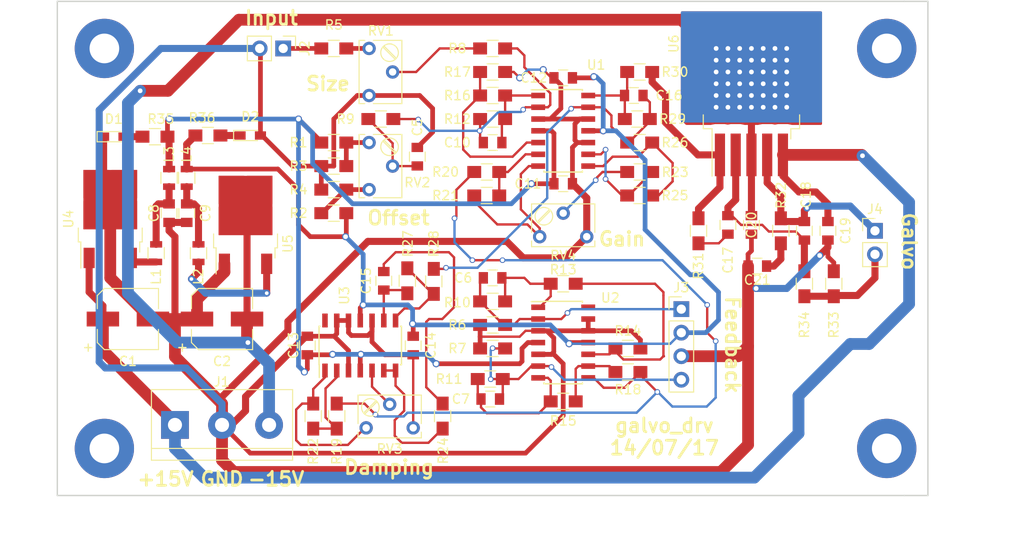
<source format=kicad_pcb>
(kicad_pcb (version 4) (host pcbnew 4.0.6)
  (layers (0 F.Cu signal) (31 B.Cu signal) (34 B.Paste user) (35 F.Paste user) (36 B.SilkS user) (37 F.SilkS user) (38 B.Mask user) (39 F.Mask user) (44 Edge.Cuts user))
  (net 0 "")
  (net 1 +15V)
  (net 2 GND)
  (net 3 -15V)
  (net 4 "Net-(C5-Pad1)")
  (net 5 "Net-(C6-Pad1)")
  (net 6 "Net-(C6-Pad2)")
  (net 7 "Net-(C7-Pad1)")
  (net 8 "Net-(C7-Pad2)")
  (net 9 "Net-(C8-Pad1)")
  (net 10 "Net-(C9-Pad2)")
  (net 11 "Net-(C10-Pad1)")
  (net 12 "Net-(C10-Pad2)")
  (net 13 +12V)
  (net 14 -12V)
  (net 15 "Net-(C15-Pad1)")
  (net 16 "Net-(C15-Pad2)")
  (net 17 "Net-(C16-Pad1)")
  (net 18 "Net-(C16-Pad2)")
  (net 19 "Net-(C17-Pad1)")
  (net 20 "Net-(C17-Pad2)")
  (net 21 "Net-(C18-Pad1)")
  (net 22 "Net-(C21-Pad1)")
  (net 23 "Net-(D1-Pad2)")
  (net 24 "Net-(D2-Pad1)")
  (net 25 "Net-(J2-Pad1)")
  (net 26 "Net-(J4-Pad2)")
  (net 27 "Net-(R1-Pad1)")
  (net 28 "Net-(R2-Pad1)")
  (net 29 "Net-(R5-Pad1)")
  (net 30 "Net-(R8-Pad2)")
  (net 31 "Net-(R13-Pad1)")
  (net 32 "Net-(R15-Pad1)")
  (net 33 "Net-(R16-Pad1)")
  (net 34 "Net-(R18-Pad1)")
  (net 35 "Net-(R19-Pad1)")
  (net 36 "Net-(R20-Pad1)")
  (net 37 "Net-(R21-Pad1)")
  (net 38 "Net-(R22-Pad1)")
  (net 39 "Net-(R23-Pad1)")
  (net 40 "Net-(R23-Pad2)")
  (net 41 "Net-(R24-Pad2)")
  (net 42 "Net-(R25-Pad1)")
  (net 43 "Net-(R27-Pad1)")
  (net 44 "Net-(R30-Pad1)")
  (net 45 "Net-(RV3-Pad2)")
  (net 46 "Net-(U2-Pad14)")
  (net 47 "Net-(U3-Pad14)")
  (net 48 "Net-(L1-Pad1)")
  (net 49 "Net-(L2-Pad1)")
  (module TO_SOT_Packages_SMD:TO-263-5_TabPin3 (layer F.Cu) (at 102.87 31.115 90)
    (fp_text reference U6 (at 6.223 -8.382 90) (layer F.SilkS))
    (fp_text value LM675)
    (pad 1 smd rect (at -5.775 -3.4 90) (size 4.6 1.1) (layers F.Cu F.Paste F.Mask) (net 44 "Net-(R30-Pad1)"))
    (pad 2 smd rect (at -5.775 -1.7 90) (size 4.6 1.1) (layers F.Cu F.Paste F.Mask) (net 20 "Net-(C17-Pad2)"))
    (pad 3 smd rect (at -5.775 0 90) (size 4.6 1.1) (layers F.Cu F.Paste F.Mask) (net 3 -15V))
    (pad 4 smd rect (at -5.775 1.7 90) (size 4.6 1.1) (layers F.Cu F.Paste F.Mask) (net 21 "Net-(C18-Pad1)"))
    (pad 5 smd rect (at -5.775 3.4 90) (size 4.6 1.1) (layers F.Cu F.Paste F.Mask) (net 1 +15V))
    (pad 3 smd rect (at 3.375 0 90) (size 9.4 10.8) (layers F.Cu F.Mask) (net 3 -15V))
    (pad 3 smd rect (at 5.8 2.775 90) (size 4.55 5.25) (layers F.Cu F.Paste) (net 3 -15V))
    (pad 3 smd rect (at 0.95 -2.775 90) (size 4.55 5.25) (layers F.Cu F.Paste) (net 3 -15V))
    (pad 3 smd rect (at 5.8 -2.775 90) (size 4.55 5.25) (layers F.Cu F.Paste) (net 3 -15V))
    (pad 3 smd rect (at 0.95 2.775 90) (size 4.55 5.25) (layers F.Cu F.Paste) (net 3 -15V))
  )
  (module Inductors_SMD:L_0805_HandSoldering (layer F.Cu) (at 90.805 27.94 180)
    (fp_text reference R30 (at -3.81 0 180) (layer F.SilkS))
    (fp_text value 1k)
    (pad 1 smd rect (at -1.35 0 180) (size 1.5 1.3) (layers F.Cu F.Paste F.Mask) (net 44 "Net-(R30-Pad1)"))
    (pad 2 smd rect (at 1.35 0 180) (size 1.5 1.3) (layers F.Cu F.Paste F.Mask) (net 17 "Net-(C16-Pad1)"))
  )
  (module Mounting_Holes:MountingHole_3.2mm_M3_Pad (layer F.Cu) (at 117.475 25.4)
    (fp_text reference "" (at 0 -4.2) (layer F.SilkS))
    (fp_text value MountingHole_3.2mm_M3_Pad)
    (pad 1 thru_hole circle (at 0 0) (size 6.4 6.4) (drill 3.2) (layers *.Cu *.Mask))
  )
  (module Mounting_Holes:MountingHole_3.2mm_M3_Pad (layer F.Cu) (at 117.475 68.58)
    (fp_text reference "" (at 0 -4.2) (layer F.SilkS))
    (fp_text value MountingHole_3.2mm_M3_Pad)
    (pad 1 thru_hole circle (at 0 0) (size 6.4 6.4) (drill 3.2) (layers *.Cu *.Mask))
  )
  (module Mounting_Holes:MountingHole_3.2mm_M3_Pad (layer F.Cu) (at 33.02 68.58)
    (fp_text reference "" (at 0 -4.2) (layer F.SilkS))
    (fp_text value MountingHole_3.2mm_M3_Pad)
    (pad 1 thru_hole circle (at 0 0) (size 6.4 6.4) (drill 3.2) (layers *.Cu *.Mask))
  )
  (module Capacitors_SMD:C_0805 (layer F.Cu) (at 66.802 37.084 90)
    (fp_text reference C5 (at 3.175 0 90) (layer F.SilkS))
    (fp_text value 100nF)
    (pad 1 smd rect (at -1 0 90) (size 1 1.25) (layers F.Cu F.Paste F.Mask) (net 4 "Net-(C5-Pad1)"))
    (pad 2 smd rect (at 1 0 90) (size 1 1.25) (layers F.Cu F.Paste F.Mask) (net 2 GND))
  )
  (module Capacitors_SMD:C_0805 (layer F.Cu) (at 74.93 50.165 180)
    (fp_text reference C6 (at 3.175 0 180) (layer F.SilkS))
    (fp_text value 1nF)
    (pad 1 smd rect (at -1 0 180) (size 1 1.25) (layers F.Cu F.Paste F.Mask) (net 5 "Net-(C6-Pad1)"))
    (pad 2 smd rect (at 1 0 180) (size 1 1.25) (layers F.Cu F.Paste F.Mask) (net 6 "Net-(C6-Pad2)"))
  )
  (module Capacitors_SMD:C_0805 (layer F.Cu) (at 74.676 63.246)
    (fp_text reference C7 (at -3.175 0) (layer F.SilkS))
    (fp_text value 1nF)
    (pad 1 smd rect (at -1 0) (size 1 1.25) (layers F.Cu F.Paste F.Mask) (net 7 "Net-(C7-Pad1)"))
    (pad 2 smd rect (at 1 0) (size 1 1.25) (layers F.Cu F.Paste F.Mask) (net 8 "Net-(C7-Pad2)"))
  )
  (module Capacitors_SMD:C_0805 (layer F.Cu) (at 40.005 43.18 270)
    (fp_text reference C8 (at 0 1.651 270) (layer F.SilkS))
    (fp_text value 100nF)
    (pad 1 smd rect (at -1 0 270) (size 1 1.25) (layers F.Cu F.Paste F.Mask) (net 9 "Net-(C8-Pad1)"))
    (pad 2 smd rect (at 1 0 270) (size 1 1.25) (layers F.Cu F.Paste F.Mask) (net 2 GND))
  )
  (module Capacitors_SMD:C_0805 (layer F.Cu) (at 41.91 43.18 90)
    (fp_text reference C9 (at 0 2.032 90) (layer F.SilkS))
    (fp_text value 100nF)
    (pad 1 smd rect (at -1 0 90) (size 1 1.25) (layers F.Cu F.Paste F.Mask) (net 2 GND))
    (pad 2 smd rect (at 1 0 90) (size 1 1.25) (layers F.Cu F.Paste F.Mask) (net 10 "Net-(C9-Pad2)"))
  )
  (module Capacitors_SMD:C_0805 (layer F.Cu) (at 74.93 35.56 180)
    (fp_text reference C10 (at 3.81 0 180) (layer F.SilkS))
    (fp_text value 1nF)
    (pad 1 smd rect (at -1 0 180) (size 1 1.25) (layers F.Cu F.Paste F.Mask) (net 11 "Net-(C10-Pad1)"))
    (pad 2 smd rect (at 1 0 180) (size 1 1.25) (layers F.Cu F.Paste F.Mask) (net 12 "Net-(C10-Pad2)"))
  )
  (module Capacitors_SMD:C_0805 (layer F.Cu) (at 82.55 40.005)
    (fp_text reference C11 (at -3.81 0) (layer F.SilkS))
    (fp_text value 100nF)
    (pad 1 smd rect (at -1 0) (size 1 1.25) (layers F.Cu F.Paste F.Mask) (net 13 +12V))
    (pad 2 smd rect (at 1 0) (size 1 1.25) (layers F.Cu F.Paste F.Mask) (net 2 GND))
  )
  (module Capacitors_SMD:C_0805 (layer F.Cu) (at 82.55 28.575)
    (fp_text reference C12 (at -3.175 0) (layer F.SilkS))
    (fp_text value 100nF)
    (pad 1 smd rect (at -1 0) (size 1 1.25) (layers F.Cu F.Paste F.Mask) (net 2 GND))
    (pad 2 smd rect (at 1 0) (size 1 1.25) (layers F.Cu F.Paste F.Mask) (net 14 -12V))
  )
  (module Capacitors_SMD:C_0805 (layer F.Cu) (at 54.9275 57.4675 90)
    (fp_text reference C13 (at 0 -1.5 90) (layer F.SilkS))
    (fp_text value 100nF)
    (pad 1 smd rect (at -1 0 90) (size 1 1.25) (layers F.Cu F.Paste F.Mask) (net 13 +12V))
    (pad 2 smd rect (at 1 0 90) (size 1 1.25) (layers F.Cu F.Paste F.Mask) (net 2 GND))
  )
  (module Capacitors_SMD:C_0805 (layer F.Cu) (at 66.3575 57.4675 90)
    (fp_text reference C14 (at 0 1.905 90) (layer F.SilkS))
    (fp_text value 100nF)
    (pad 1 smd rect (at -1 0 90) (size 1 1.25) (layers F.Cu F.Paste F.Mask) (net 2 GND))
    (pad 2 smd rect (at 1 0 90) (size 1 1.25) (layers F.Cu F.Paste F.Mask) (net 14 -12V))
  )
  (module Capacitors_SMD:C_0805 (layer F.Cu) (at 63.1825 50.4825 90)
    (fp_text reference C15 (at 0 -1.905 90) (layer F.SilkS))
    (fp_text value 330nF)
    (pad 1 smd rect (at -1 0 90) (size 1 1.25) (layers F.Cu F.Paste F.Mask) (net 15 "Net-(C15-Pad1)"))
    (pad 2 smd rect (at 1 0 90) (size 1 1.25) (layers F.Cu F.Paste F.Mask) (net 16 "Net-(C15-Pad2)"))
  )
  (module Capacitors_SMD:C_0805 (layer F.Cu) (at 90.17 30.48)
    (fp_text reference C16 (at 3.81 0) (layer F.SilkS))
    (fp_text value 1nF)
    (pad 1 smd rect (at -1 0) (size 1 1.25) (layers F.Cu F.Paste F.Mask) (net 17 "Net-(C16-Pad1)"))
    (pad 2 smd rect (at 1 0) (size 1 1.25) (layers F.Cu F.Paste F.Mask) (net 18 "Net-(C16-Pad2)"))
  )
  (module Capacitors_SMD:C_0805 (layer F.Cu) (at 100.33 44.45 90)
    (fp_text reference C17 (at -3.81 0 90) (layer F.SilkS))
    (fp_text value 2nF)
    (pad 1 smd rect (at -1 0 90) (size 1 1.25) (layers F.Cu F.Paste F.Mask) (net 19 "Net-(C17-Pad1)"))
    (pad 2 smd rect (at 1 0 90) (size 1 1.25) (layers F.Cu F.Paste F.Mask) (net 20 "Net-(C17-Pad2)"))
  )
  (module Capacitors_SMD:C_0805 (layer F.Cu) (at 108.585 45.085 270)
    (fp_text reference C18 (at -3.8862 -0.1778 270) (layer F.SilkS))
    (fp_text value 100pF)
    (pad 1 smd rect (at -1 0 270) (size 1 1.25) (layers F.Cu F.Paste F.Mask) (net 21 "Net-(C18-Pad1)"))
    (pad 2 smd rect (at 1 0 270) (size 1 1.25) (layers F.Cu F.Paste F.Mask) (net 20 "Net-(C17-Pad2)"))
  )
  (module Capacitors_SMD:C_0805 (layer F.Cu) (at 111.125 45.085 90)
    (fp_text reference C19 (at 0 1.905 90) (layer F.SilkS))
    (fp_text value 100nF)
    (pad 1 smd rect (at -1 0 90) (size 1 1.25) (layers F.Cu F.Paste F.Mask) (net 2 GND))
    (pad 2 smd rect (at 1 0 90) (size 1 1.25) (layers F.Cu F.Paste F.Mask) (net 1 +15V))
  )
  (module Capacitors_SMD:C_0805 (layer F.Cu) (at 102.87 44.45 90)
    (fp_text reference C20 (at 0 0 90) (layer F.SilkS))
    (fp_text value 100nF)
    (pad 1 smd rect (at -1 0 90) (size 1 1.25) (layers F.Cu F.Paste F.Mask) (net 2 GND))
    (pad 2 smd rect (at 1 0 90) (size 1 1.25) (layers F.Cu F.Paste F.Mask) (net 3 -15V))
  )
  (module Capacitors_SMD:C_0805 (layer F.Cu) (at 103.505 48.895 180)
    (fp_text reference C21 (at 0 -1.5 180) (layer F.SilkS))
    (fp_text value 200nF)
    (pad 1 smd rect (at -1 0 180) (size 1 1.25) (layers F.Cu F.Paste F.Mask) (net 22 "Net-(C21-Pad1)"))
    (pad 2 smd rect (at 1 0 180) (size 1 1.25) (layers F.Cu F.Paste F.Mask) (net 2 GND))
  )
  (module LEDs:LED_0603_HandSoldering (layer F.Cu) (at 34.036 34.925)
    (fp_text reference D1 (at 0 -1.905) (layer F.SilkS))
    (fp_text value LED)
    (pad 1 smd rect (at -1.1 0) (size 1.2 0.9) (layers F.Cu F.Paste F.Mask) (net 2 GND))
    (pad 2 smd rect (at 1.1 0) (size 1.2 0.9) (layers F.Cu F.Paste F.Mask) (net 23 "Net-(D1-Pad2)"))
  )
  (module LEDs:LED_0603_HandSoldering (layer F.Cu) (at 48.768 34.798)
    (fp_text reference D2 (at 0 -2.032) (layer F.SilkS))
    (fp_text value LED)
    (pad 1 smd rect (at -1.1 0) (size 1.2 0.9) (layers F.Cu F.Paste F.Mask) (net 24 "Net-(D2-Pad1)"))
    (pad 2 smd rect (at 1.1 0) (size 1.2 0.9) (layers F.Cu F.Paste F.Mask) (net 2 GND))
  )
  (module Connectors:bornier3 (layer F.Cu) (at 40.64 66.04)
    (fp_text reference J1 (at 5.05 -4.65) (layer F.SilkS))
    (fp_text value "Power +-15V")
    (pad 1 thru_hole rect (at 0 0) (size 3 3) (drill 1.52) (layers *.Cu *.Mask) (net 1 +15V))
    (pad 2 thru_hole circle (at 5.08 0) (size 3 3) (drill 1.52) (layers *.Cu *.Mask) (net 2 GND))
    (pad 3 thru_hole circle (at 10.16 0) (size 3 3) (drill 1.52) (layers *.Cu *.Mask) (net 3 -15V))
  )
  (module Pin_Headers:Pin_Header_Straight_1x02_Pitch2.54mm (layer F.Cu) (at 52.324 25.4 270)
    (fp_text reference J2 (at 0 -2.33 270) (layer F.SilkS))
    (fp_text value Input)
    (pad 1 thru_hole rect (at 0 0 270) (size 1.7 1.7) (drill 1) (layers *.Cu *.Mask) (net 25 "Net-(J2-Pad1)"))
    (pad 2 thru_hole oval (at 0 2.54 270) (size 1.7 1.7) (drill 1) (layers *.Cu *.Mask) (net 2 GND))
  )
  (module Pin_Headers:Pin_Header_Straight_1x04_Pitch2.54mm (layer F.Cu) (at 95.3008 53.5432)
    (fp_text reference J3 (at 0 -2.33) (layer F.SilkS))
    (fp_text value Feedback)
    (pad 1 thru_hole rect (at 0 0) (size 1.7 1.7) (drill 1) (layers *.Cu *.Mask) (net 6 "Net-(C6-Pad2)"))
    (pad 2 thru_hole oval (at 0 2.54) (size 1.7 1.7) (drill 1) (layers *.Cu *.Mask) (net 14 -12V))
    (pad 3 thru_hole oval (at 0 5.08) (size 1.7 1.7) (drill 1) (layers *.Cu *.Mask) (net 2 GND))
    (pad 4 thru_hole oval (at 0 7.62) (size 1.7 1.7) (drill 1) (layers *.Cu *.Mask) (net 8 "Net-(C7-Pad2)"))
  )
  (module Pin_Headers:Pin_Header_Straight_1x02_Pitch2.54mm (layer F.Cu) (at 116.205 45.085)
    (fp_text reference J4 (at 0 -2.33) (layer F.SilkS))
    (fp_text value Galvo)
    (pad 1 thru_hole rect (at 0 0) (size 1.7 1.7) (drill 1) (layers *.Cu *.Mask) (net 21 "Net-(C18-Pad1)"))
    (pad 2 thru_hole oval (at 0 2.54) (size 1.7 1.7) (drill 1) (layers *.Cu *.Mask) (net 26 "Net-(J4-Pad2)"))
  )
  (module Inductors_SMD:L_0805_HandSoldering (layer F.Cu) (at 57.785 35.56 180)
    (fp_text reference R1 (at 3.81 0 180) (layer F.SilkS))
    (fp_text value 15k)
    (pad 1 smd rect (at -1.35 0 180) (size 1.5 1.3) (layers F.Cu F.Paste F.Mask) (net 27 "Net-(R1-Pad1)"))
    (pad 2 smd rect (at 1.35 0 180) (size 1.5 1.3) (layers F.Cu F.Paste F.Mask) (net 13 +12V))
  )
  (module Inductors_SMD:L_0805_HandSoldering (layer F.Cu) (at 57.785 43.18)
    (fp_text reference R2 (at -3.81 0) (layer F.SilkS))
    (fp_text value 15k)
    (pad 1 smd rect (at -1.35 0) (size 1.5 1.3) (layers F.Cu F.Paste F.Mask) (net 28 "Net-(R2-Pad1)"))
    (pad 2 smd rect (at 1.35 0) (size 1.5 1.3) (layers F.Cu F.Paste F.Mask) (net 14 -12V))
  )
  (module Inductors_SMD:L_0805_HandSoldering (layer F.Cu) (at 57.785 38.1 180)
    (fp_text reference R3 (at 3.81 0 180) (layer F.SilkS))
    (fp_text value 2k7)
    (pad 1 smd rect (at -1.35 0 180) (size 1.5 1.3) (layers F.Cu F.Paste F.Mask) (net 27 "Net-(R1-Pad1)"))
    (pad 2 smd rect (at 1.35 0 180) (size 1.5 1.3) (layers F.Cu F.Paste F.Mask) (net 2 GND))
  )
  (module Inductors_SMD:L_0805_HandSoldering (layer F.Cu) (at 57.785 40.64)
    (fp_text reference R4 (at -3.81 0) (layer F.SilkS))
    (fp_text value 2k7)
    (pad 1 smd rect (at -1.35 0) (size 1.5 1.3) (layers F.Cu F.Paste F.Mask) (net 2 GND))
    (pad 2 smd rect (at 1.35 0) (size 1.5 1.3) (layers F.Cu F.Paste F.Mask) (net 28 "Net-(R2-Pad1)"))
  )
  (module Inductors_SMD:L_0805_HandSoldering (layer F.Cu) (at 57.785 25.4 180)
    (fp_text reference R5 (at 0 2.54 180) (layer F.SilkS))
    (fp_text value 1k5)
    (pad 1 smd rect (at -1.35 0 180) (size 1.5 1.3) (layers F.Cu F.Paste F.Mask) (net 29 "Net-(R5-Pad1)"))
    (pad 2 smd rect (at 1.35 0 180) (size 1.5 1.3) (layers F.Cu F.Paste F.Mask) (net 25 "Net-(J2-Pad1)"))
  )
  (module Inductors_SMD:L_0805_HandSoldering (layer F.Cu) (at 74.93 55.245 180)
    (fp_text reference R6 (at 3.81 0 180) (layer F.SilkS))
    (fp_text value 100k)
    (pad 1 smd rect (at -1.35 0 180) (size 1.5 1.3) (layers F.Cu F.Paste F.Mask) (net 6 "Net-(C6-Pad2)"))
    (pad 2 smd rect (at 1.35 0 180) (size 1.5 1.3) (layers F.Cu F.Paste F.Mask) (net 2 GND))
  )
  (module Inductors_SMD:L_0805_HandSoldering (layer F.Cu) (at 74.93 57.785)
    (fp_text reference R7 (at -3.81 0) (layer F.SilkS))
    (fp_text value 100k)
    (pad 1 smd rect (at -1.35 0) (size 1.5 1.3) (layers F.Cu F.Paste F.Mask) (net 2 GND))
    (pad 2 smd rect (at 1.35 0) (size 1.5 1.3) (layers F.Cu F.Paste F.Mask) (net 8 "Net-(C7-Pad2)"))
  )
  (module Inductors_SMD:L_0805_HandSoldering (layer F.Cu) (at 74.93 25.4 180)
    (fp_text reference R8 (at 3.81 0 180) (layer F.SilkS))
    (fp_text value 47k)
    (pad 1 smd rect (at -1.35 0 180) (size 1.5 1.3) (layers F.Cu F.Paste F.Mask) (net 12 "Net-(C10-Pad2)"))
    (pad 2 smd rect (at 1.35 0 180) (size 1.5 1.3) (layers F.Cu F.Paste F.Mask) (net 30 "Net-(R8-Pad2)"))
  )
  (module Inductors_SMD:L_0805_HandSoldering (layer F.Cu) (at 62.865 33.02 180)
    (fp_text reference R9 (at 3.81 0 180) (layer F.SilkS))
    (fp_text value 10k)
    (pad 1 smd rect (at -1.35 0 180) (size 1.5 1.3) (layers F.Cu F.Paste F.Mask) (net 12 "Net-(C10-Pad2)"))
    (pad 2 smd rect (at 1.35 0 180) (size 1.5 1.3) (layers F.Cu F.Paste F.Mask) (net 4 "Net-(C5-Pad1)"))
  )
  (module Inductors_SMD:L_0805_HandSoldering (layer F.Cu) (at 74.93 52.705 180)
    (fp_text reference R10 (at 3.81 -0.127 180) (layer F.SilkS))
    (fp_text value 10k)
    (pad 1 smd rect (at -1.35 0 180) (size 1.5 1.3) (layers F.Cu F.Paste F.Mask) (net 5 "Net-(C6-Pad1)"))
    (pad 2 smd rect (at 1.35 0 180) (size 1.5 1.3) (layers F.Cu F.Paste F.Mask) (net 6 "Net-(C6-Pad2)"))
  )
  (module Inductors_SMD:L_0805_HandSoldering (layer F.Cu) (at 74.676 61.087)
    (fp_text reference R11 (at -4.445 0) (layer F.SilkS))
    (fp_text value 10k)
    (pad 1 smd rect (at -1.35 0) (size 1.5 1.3) (layers F.Cu F.Paste F.Mask) (net 7 "Net-(C7-Pad1)"))
    (pad 2 smd rect (at 1.35 0) (size 1.5 1.3) (layers F.Cu F.Paste F.Mask) (net 8 "Net-(C7-Pad2)"))
  )
  (module Inductors_SMD:L_0805_HandSoldering (layer F.Cu) (at 74.93 33.02 180)
    (fp_text reference R12 (at 3.81 0 180) (layer F.SilkS))
    (fp_text value 1k3)
    (pad 1 smd rect (at -1.35 0 180) (size 1.5 1.3) (layers F.Cu F.Paste F.Mask) (net 11 "Net-(C10-Pad1)"))
    (pad 2 smd rect (at 1.35 0 180) (size 1.5 1.3) (layers F.Cu F.Paste F.Mask) (net 12 "Net-(C10-Pad2)"))
  )
  (module Inductors_SMD:L_0805_HandSoldering (layer F.Cu) (at 82.55 50.8 180)
    (fp_text reference R13 (at 0 1.524 180) (layer F.SilkS))
    (fp_text value 10k)
    (pad 1 smd rect (at -1.35 0 180) (size 1.5 1.3) (layers F.Cu F.Paste F.Mask) (net 31 "Net-(R13-Pad1)"))
    (pad 2 smd rect (at 1.35 0 180) (size 1.5 1.3) (layers F.Cu F.Paste F.Mask) (net 5 "Net-(C6-Pad1)"))
  )
  (module Inductors_SMD:L_0805_HandSoldering (layer F.Cu) (at 89.535 57.785)
    (fp_text reference R14 (at 0 -1.905) (layer F.SilkS))
    (fp_text value 10k)
    (pad 1 smd rect (at -1.35 0) (size 1.5 1.3) (layers F.Cu F.Paste F.Mask) (net 31 "Net-(R13-Pad1)"))
    (pad 2 smd rect (at 1.35 0) (size 1.5 1.3) (layers F.Cu F.Paste F.Mask) (net 2 GND))
  )
  (module Inductors_SMD:L_0805_HandSoldering (layer F.Cu) (at 82.55 63.5 180)
    (fp_text reference R15 (at 0 -2.1 180) (layer F.SilkS))
    (fp_text value 10k)
    (pad 1 smd rect (at -1.35 0 180) (size 1.5 1.3) (layers F.Cu F.Paste F.Mask) (net 32 "Net-(R15-Pad1)"))
    (pad 2 smd rect (at 1.35 0 180) (size 1.5 1.3) (layers F.Cu F.Paste F.Mask) (net 7 "Net-(C7-Pad1)"))
  )
  (module Inductors_SMD:L_0805_HandSoldering (layer F.Cu) (at 74.93 30.48)
    (fp_text reference R16 (at -3.81 0) (layer F.SilkS))
    (fp_text value 10k)
    (pad 1 smd rect (at -1.35 0) (size 1.5 1.3) (layers F.Cu F.Paste F.Mask) (net 33 "Net-(R16-Pad1)"))
    (pad 2 smd rect (at 1.35 0) (size 1.5 1.3) (layers F.Cu F.Paste F.Mask) (net 11 "Net-(C10-Pad1)"))
  )
  (module Inductors_SMD:L_0805_HandSoldering (layer F.Cu) (at 74.93 27.94)
    (fp_text reference R17 (at -3.81 0) (layer F.SilkS))
    (fp_text value 47k)
    (pad 1 smd rect (at -1.35 0) (size 1.5 1.3) (layers F.Cu F.Paste F.Mask) (net 33 "Net-(R16-Pad1)"))
    (pad 2 smd rect (at 1.35 0) (size 1.5 1.3) (layers F.Cu F.Paste F.Mask) (net 2 GND))
  )
  (module Inductors_SMD:L_0805_HandSoldering (layer F.Cu) (at 89.535 60.325 180)
    (fp_text reference R18 (at 0 -1.905 180) (layer F.SilkS))
    (fp_text value 10k)
    (pad 1 smd rect (at -1.35 0 180) (size 1.5 1.3) (layers F.Cu F.Paste F.Mask) (net 34 "Net-(R18-Pad1)"))
    (pad 2 smd rect (at 1.35 0 180) (size 1.5 1.3) (layers F.Cu F.Paste F.Mask) (net 32 "Net-(R15-Pad1)"))
  )
  (module Inductors_SMD:L_0805_HandSoldering (layer F.Cu) (at 58.1025 65.0875 90)
    (fp_text reference R19 (at -3.81 0 90) (layer F.SilkS))
    (fp_text value 10k)
    (pad 1 smd rect (at -1.35 0 90) (size 1.5 1.3) (layers F.Cu F.Paste F.Mask) (net 35 "Net-(R19-Pad1)"))
    (pad 2 smd rect (at 1.35 0 90) (size 1.5 1.3) (layers F.Cu F.Paste F.Mask) (net 34 "Net-(R18-Pad1)"))
  )
  (module Inductors_SMD:L_0805_HandSoldering (layer F.Cu) (at 74.295 38.735 180)
    (fp_text reference R20 (at 4.445 0 180) (layer F.SilkS))
    (fp_text value 10k)
    (pad 1 smd rect (at -1.35 0 180) (size 1.5 1.3) (layers F.Cu F.Paste F.Mask) (net 36 "Net-(R20-Pad1)"))
    (pad 2 smd rect (at 1.35 0 180) (size 1.5 1.3) (layers F.Cu F.Paste F.Mask) (net 34 "Net-(R18-Pad1)"))
  )
  (module Inductors_SMD:L_0805_HandSoldering (layer F.Cu) (at 74.295 41.275)
    (fp_text reference R21 (at -4.445 0) (layer F.SilkS))
    (fp_text value 47k)
    (pad 1 smd rect (at -1.35 0) (size 1.5 1.3) (layers F.Cu F.Paste F.Mask) (net 37 "Net-(R21-Pad1)"))
    (pad 2 smd rect (at 1.35 0) (size 1.5 1.3) (layers F.Cu F.Paste F.Mask) (net 36 "Net-(R20-Pad1)"))
  )
  (module Inductors_SMD:L_0805_HandSoldering (layer F.Cu) (at 55.5625 65.0875 270)
    (fp_text reference R22 (at 3.81 0 270) (layer F.SilkS))
    (fp_text value 47k)
    (pad 1 smd rect (at -1.35 0 270) (size 1.5 1.3) (layers F.Cu F.Paste F.Mask) (net 38 "Net-(R22-Pad1)"))
    (pad 2 smd rect (at 1.35 0 270) (size 1.5 1.3) (layers F.Cu F.Paste F.Mask) (net 35 "Net-(R19-Pad1)"))
  )
  (module Inductors_SMD:L_0805_HandSoldering (layer F.Cu) (at 90.805 38.735 180)
    (fp_text reference R23 (at -3.8354 -0.0254 180) (layer F.SilkS))
    (fp_text value 10k)
    (pad 1 smd rect (at -1.35 0 180) (size 1.5 1.3) (layers F.Cu F.Paste F.Mask) (net 39 "Net-(R23-Pad1)"))
    (pad 2 smd rect (at 1.35 0 180) (size 1.5 1.3) (layers F.Cu F.Paste F.Mask) (net 40 "Net-(R23-Pad2)"))
  )
  (module Inductors_SMD:L_0805_HandSoldering (layer F.Cu) (at 69.5325 65.0875 270)
    (fp_text reference R24 (at 3.7465 -0.0635 270) (layer F.SilkS))
    (fp_text value 100)
    (pad 1 smd rect (at -1.35 0 270) (size 1.5 1.3) (layers F.Cu F.Paste F.Mask) (net 16 "Net-(C15-Pad2)"))
    (pad 2 smd rect (at 1.35 0 270) (size 1.5 1.3) (layers F.Cu F.Paste F.Mask) (net 41 "Net-(R24-Pad2)"))
  )
  (module Inductors_SMD:L_0805_HandSoldering (layer F.Cu) (at 90.805 41.275 180)
    (fp_text reference R25 (at -3.81 0 180) (layer F.SilkS))
    (fp_text value 150k)
    (pad 1 smd rect (at -1.35 0 180) (size 1.5 1.3) (layers F.Cu F.Paste F.Mask) (net 42 "Net-(R25-Pad1)"))
    (pad 2 smd rect (at 1.35 0 180) (size 1.5 1.3) (layers F.Cu F.Paste F.Mask) (net 39 "Net-(R23-Pad1)"))
  )
  (module Inductors_SMD:L_0805_HandSoldering (layer F.Cu) (at 90.805 35.56)
    (fp_text reference R26 (at 3.81 0) (layer F.SilkS))
    (fp_text value 10k)
    (pad 1 smd rect (at -1.35 0) (size 1.5 1.3) (layers F.Cu F.Paste F.Mask) (net 18 "Net-(C16-Pad2)"))
    (pad 2 smd rect (at 1.35 0) (size 1.5 1.3) (layers F.Cu F.Paste F.Mask) (net 42 "Net-(R25-Pad1)"))
  )
  (module Inductors_SMD:L_0805_HandSoldering (layer F.Cu) (at 65.7225 50.4825 270)
    (fp_text reference R27 (at -4.0005 -0.0635 270) (layer F.SilkS))
    (fp_text value 20k)
    (pad 1 smd rect (at -1.35 0 270) (size 1.5 1.3) (layers F.Cu F.Paste F.Mask) (net 43 "Net-(R27-Pad1)"))
    (pad 2 smd rect (at 1.35 0 270) (size 1.5 1.3) (layers F.Cu F.Paste F.Mask) (net 15 "Net-(C15-Pad1)"))
  )
  (module Inductors_SMD:L_0805_HandSoldering (layer F.Cu) (at 68.58 50.546 270)
    (fp_text reference R28 (at -4.064 0 270) (layer F.SilkS))
    (fp_text value 10k)
    (pad 1 smd rect (at -1.35 0 270) (size 1.5 1.3) (layers F.Cu F.Paste F.Mask) (net 18 "Net-(C16-Pad2)"))
    (pad 2 smd rect (at 1.35 0 270) (size 1.5 1.3) (layers F.Cu F.Paste F.Mask) (net 43 "Net-(R27-Pad1)"))
  )
  (module Inductors_SMD:L_0805_HandSoldering (layer F.Cu) (at 90.551 33.02)
    (fp_text reference R29 (at 3.81 0) (layer F.SilkS))
    (fp_text value 20k)
    (pad 1 smd rect (at -1.35 0) (size 1.5 1.3) (layers F.Cu F.Paste F.Mask) (net 17 "Net-(C16-Pad1)"))
    (pad 2 smd rect (at 1.35 0) (size 1.5 1.3) (layers F.Cu F.Paste F.Mask) (net 18 "Net-(C16-Pad2)"))
  )
  (module Inductors_SMD:L_0805_HandSoldering (layer F.Cu) (at 97.155 45.085 270)
    (fp_text reference R31 (at 3.81 0 270) (layer F.SilkS))
    (fp_text value 150)
    (pad 1 smd rect (at -1.35 0 270) (size 1.5 1.3) (layers F.Cu F.Paste F.Mask) (net 44 "Net-(R30-Pad1)"))
    (pad 2 smd rect (at 1.35 0 270) (size 1.5 1.3) (layers F.Cu F.Paste F.Mask) (net 19 "Net-(C17-Pad1)"))
  )
  (module Inductors_SMD:L_0805_HandSoldering (layer F.Cu) (at 106.045 45.085 270)
    (fp_text reference R32 (at -3.8354 -0.0254 270) (layer F.SilkS))
    (fp_text value 1)
    (pad 1 smd rect (at -1.35 0 270) (size 1.5 1.3) (layers F.Cu F.Paste F.Mask) (net 21 "Net-(C18-Pad1)"))
    (pad 2 smd rect (at 1.35 0 270) (size 1.5 1.3) (layers F.Cu F.Paste F.Mask) (net 22 "Net-(C21-Pad1)"))
  )
  (module Inductors_SMD:L_0805_HandSoldering (layer F.Cu) (at 111.76 50.8 270)
    (fp_text reference R33 (at 4.445 0 270) (layer F.SilkS))
    (fp_text value 0.1)
    (pad 1 smd rect (at -1.35 0 270) (size 1.5 1.3) (layers F.Cu F.Paste F.Mask) (net 2 GND))
    (pad 2 smd rect (at 1.35 0 270) (size 1.5 1.3) (layers F.Cu F.Paste F.Mask) (net 26 "Net-(J4-Pad2)"))
  )
  (module Inductors_SMD:L_0805_HandSoldering (layer F.Cu) (at 108.585 50.8 90)
    (fp_text reference R34 (at -4.445 0 90) (layer F.SilkS))
    (fp_text value 1k)
    (pad 1 smd rect (at -1.35 0 90) (size 1.5 1.3) (layers F.Cu F.Paste F.Mask) (net 26 "Net-(J4-Pad2)"))
    (pad 2 smd rect (at 1.35 0 90) (size 1.5 1.3) (layers F.Cu F.Paste F.Mask) (net 20 "Net-(C17-Pad2)"))
  )
  (module Inductors_SMD:L_0805_HandSoldering (layer F.Cu) (at 38.481 34.925)
    (fp_text reference R35 (at 0.635 -1.905) (layer F.SilkS))
    (fp_text value 1k2)
    (pad 1 smd rect (at -1.35 0) (size 1.5 1.3) (layers F.Cu F.Paste F.Mask) (net 23 "Net-(D1-Pad2)"))
    (pad 2 smd rect (at 1.35 0) (size 1.5 1.3) (layers F.Cu F.Paste F.Mask) (net 13 +12V))
  )
  (module Inductors_SMD:L_0805_HandSoldering (layer F.Cu) (at 44.196 34.798 180)
    (fp_text reference R36 (at 0.635 1.905 180) (layer F.SilkS))
    (fp_text value 1k2)
    (pad 1 smd rect (at -1.35 0 180) (size 1.5 1.3) (layers F.Cu F.Paste F.Mask) (net 24 "Net-(D2-Pad1)"))
    (pad 2 smd rect (at 1.35 0 180) (size 1.5 1.3) (layers F.Cu F.Paste F.Mask) (net 14 -12V))
  )
  (module Potentiometers:Potentiometer_Trimmer_Bourns_3266W (layer F.Cu) (at 61.595 25.4 90)
    (fp_text reference RV1 (at 1.905 1.27 360) (layer F.SilkS))
    (fp_text value 5k)
    (pad 1 thru_hole circle (at 0 0 90) (size 1.44 1.44) (drill 0.8) (layers *.Cu *.Mask) (net 29 "Net-(R5-Pad1)"))
    (pad 2 thru_hole circle (at -2.54 2.54 90) (size 1.44 1.44) (drill 0.8) (layers *.Cu *.Mask) (net 30 "Net-(R8-Pad2)"))
    (pad 3 thru_hole circle (at -5.08 0 90) (size 1.44 1.44) (drill 0.8) (layers *.Cu *.Mask) (net 2 GND))
  )
  (module Potentiometers:Potentiometer_Trimmer_Bourns_3266W (layer F.Cu) (at 61.595 35.56 90)
    (fp_text reference RV2 (at -4.318 5.207 360) (layer F.SilkS))
    (fp_text value 5k)
    (pad 1 thru_hole circle (at 0 0 90) (size 1.44 1.44) (drill 0.8) (layers *.Cu *.Mask) (net 27 "Net-(R1-Pad1)"))
    (pad 2 thru_hole circle (at -2.54 2.54 90) (size 1.44 1.44) (drill 0.8) (layers *.Cu *.Mask) (net 4 "Net-(C5-Pad1)"))
    (pad 3 thru_hole circle (at -5.08 0 90) (size 1.44 1.44) (drill 0.8) (layers *.Cu *.Mask) (net 28 "Net-(R2-Pad1)"))
  )
  (module Potentiometers:Potentiometer_Trimmer_Bourns_3266W (layer F.Cu) (at 61.2775 66.3575 180)
    (fp_text reference RV3 (at -2.54 -2.27 180) (layer F.SilkS))
    (fp_text value 10k)
    (pad 1 thru_hole circle (at 0 0 180) (size 1.44 1.44) (drill 0.8) (layers *.Cu *.Mask) (net 38 "Net-(R22-Pad1)"))
    (pad 2 thru_hole circle (at -2.54 2.54 180) (size 1.44 1.44) (drill 0.8) (layers *.Cu *.Mask) (net 45 "Net-(RV3-Pad2)"))
    (pad 3 thru_hole circle (at -5.08 0 180) (size 1.44 1.44) (drill 0.8) (layers *.Cu *.Mask) (net 2 GND))
  )
  (module Potentiometers:Potentiometer_Trimmer_Bourns_3266W (layer F.Cu) (at 80.01 45.72 180)
    (fp_text reference RV4 (at -2.54 -2.032 180) (layer F.SilkS))
    (fp_text value 10k)
    (pad 1 thru_hole circle (at 0 0 180) (size 1.44 1.44) (drill 0.8) (layers *.Cu *.Mask) (net 37 "Net-(R21-Pad1)"))
    (pad 2 thru_hole circle (at -2.54 2.54 180) (size 1.44 1.44) (drill 0.8) (layers *.Cu *.Mask) (net 40 "Net-(R23-Pad2)"))
    (pad 3 thru_hole circle (at -5.08 0 180) (size 1.44 1.44) (drill 0.8) (layers *.Cu *.Mask) (net 2 GND))
  )
  (module Housings_SOIC:SOIC-14_3.9x8.7mm_Pitch1.27mm (layer F.Cu) (at 82.55 34.29)
    (fp_text reference U1 (at 3.556 -7.112) (layer F.SilkS))
    (fp_text value TL074)
    (pad 1 smd rect (at -2.7 -3.81) (size 1.5 0.6) (layers F.Cu F.Paste F.Mask) (net 11 "Net-(C10-Pad1)"))
    (pad 2 smd rect (at -2.7 -2.54) (size 1.5 0.6) (layers F.Cu F.Paste F.Mask) (net 12 "Net-(C10-Pad2)"))
    (pad 3 smd rect (at -2.7 -1.27) (size 1.5 0.6) (layers F.Cu F.Paste F.Mask) (net 2 GND))
    (pad 4 smd rect (at -2.7 0) (size 1.5 0.6) (layers F.Cu F.Paste F.Mask) (net 13 +12V))
    (pad 5 smd rect (at -2.7 1.27) (size 1.5 0.6) (layers F.Cu F.Paste F.Mask) (net 33 "Net-(R16-Pad1)"))
    (pad 6 smd rect (at -2.7 2.54) (size 1.5 0.6) (layers F.Cu F.Paste F.Mask) (net 36 "Net-(R20-Pad1)"))
    (pad 7 smd rect (at -2.7 3.81) (size 1.5 0.6) (layers F.Cu F.Paste F.Mask) (net 37 "Net-(R21-Pad1)"))
    (pad 8 smd rect (at 2.7 3.81) (size 1.5 0.6) (layers F.Cu F.Paste F.Mask) (net 42 "Net-(R25-Pad1)"))
    (pad 9 smd rect (at 2.7 2.54) (size 1.5 0.6) (layers F.Cu F.Paste F.Mask) (net 39 "Net-(R23-Pad1)"))
    (pad 10 smd rect (at 2.7 1.27) (size 1.5 0.6) (layers F.Cu F.Paste F.Mask) (net 2 GND))
    (pad 11 smd rect (at 2.7 0) (size 1.5 0.6) (layers F.Cu F.Paste F.Mask) (net 14 -12V))
    (pad 12 smd rect (at 2.7 -1.27) (size 1.5 0.6) (layers F.Cu F.Paste F.Mask) (net 2 GND))
    (pad 13 smd rect (at 2.7 -2.54) (size 1.5 0.6) (layers F.Cu F.Paste F.Mask) (net 18 "Net-(C16-Pad2)"))
    (pad 14 smd rect (at 2.7 -3.81) (size 1.5 0.6) (layers F.Cu F.Paste F.Mask) (net 17 "Net-(C16-Pad1)"))
  )
  (module Housings_SOIC:SOIC-14_3.9x8.7mm_Pitch1.27mm (layer F.Cu) (at 82.55 57.15)
    (fp_text reference U2 (at 5.08 -4.826) (layer F.SilkS))
    (fp_text value TL074)
    (pad 1 smd rect (at -2.7 -3.81) (size 1.5 0.6) (layers F.Cu F.Paste F.Mask) (net 5 "Net-(C6-Pad1)"))
    (pad 2 smd rect (at -2.7 -2.54) (size 1.5 0.6) (layers F.Cu F.Paste F.Mask) (net 6 "Net-(C6-Pad2)"))
    (pad 3 smd rect (at -2.7 -1.27) (size 1.5 0.6) (layers F.Cu F.Paste F.Mask) (net 2 GND))
    (pad 4 smd rect (at -2.7 0) (size 1.5 0.6) (layers F.Cu F.Paste F.Mask) (net 13 +12V))
    (pad 5 smd rect (at -2.7 1.27) (size 1.5 0.6) (layers F.Cu F.Paste F.Mask) (net 2 GND))
    (pad 6 smd rect (at -2.7 2.54) (size 1.5 0.6) (layers F.Cu F.Paste F.Mask) (net 8 "Net-(C7-Pad2)"))
    (pad 7 smd rect (at -2.7 3.81) (size 1.5 0.6) (layers F.Cu F.Paste F.Mask) (net 7 "Net-(C7-Pad1)"))
    (pad 8 smd rect (at 2.7 3.81) (size 1.5 0.6) (layers F.Cu F.Paste F.Mask) (net 34 "Net-(R18-Pad1)"))
    (pad 9 smd rect (at 2.7 2.54) (size 1.5 0.6) (layers F.Cu F.Paste F.Mask) (net 32 "Net-(R15-Pad1)"))
    (pad 10 smd rect (at 2.7 1.27) (size 1.5 0.6) (layers F.Cu F.Paste F.Mask) (net 31 "Net-(R13-Pad1)"))
    (pad 11 smd rect (at 2.7 0) (size 1.5 0.6) (layers F.Cu F.Paste F.Mask) (net 14 -12V))
    (pad 12 smd rect (at 2.7 -1.27) (size 1.5 0.6) (layers F.Cu F.Paste F.Mask) (net 2 GND))
    (pad 13 smd rect (at 2.7 -2.54) (size 1.5 0.6) (layers F.Cu F.Paste F.Mask) (net 2 GND))
    (pad 14 smd rect (at 2.7 -3.81) (size 1.5 0.6) (layers F.Cu F.Paste F.Mask) (net 46 "Net-(U2-Pad14)"))
  )
  (module Housings_SOIC:SOIC-14_3.9x8.7mm_Pitch1.27mm (layer F.Cu) (at 60.6425 57.4675 90)
    (fp_text reference U3 (at 5.3975 -1.7145 90) (layer F.SilkS))
    (fp_text value TL074)
    (pad 1 smd rect (at -2.7 -3.81 90) (size 1.5 0.6) (layers F.Cu F.Paste F.Mask) (net 38 "Net-(R22-Pad1)"))
    (pad 2 smd rect (at -2.7 -2.54 90) (size 1.5 0.6) (layers F.Cu F.Paste F.Mask) (net 35 "Net-(R19-Pad1)"))
    (pad 3 smd rect (at -2.7 -1.27 90) (size 1.5 0.6) (layers F.Cu F.Paste F.Mask) (net 2 GND))
    (pad 4 smd rect (at -2.7 0 90) (size 1.5 0.6) (layers F.Cu F.Paste F.Mask) (net 13 +12V))
    (pad 5 smd rect (at -2.7 1.27 90) (size 1.5 0.6) (layers F.Cu F.Paste F.Mask) (net 45 "Net-(RV3-Pad2)"))
    (pad 6 smd rect (at -2.7 2.54 90) (size 1.5 0.6) (layers F.Cu F.Paste F.Mask) (net 41 "Net-(R24-Pad2)"))
    (pad 7 smd rect (at -2.7 3.81 90) (size 1.5 0.6) (layers F.Cu F.Paste F.Mask) (net 41 "Net-(R24-Pad2)"))
    (pad 8 smd rect (at 2.7 3.81 90) (size 1.5 0.6) (layers F.Cu F.Paste F.Mask) (net 43 "Net-(R27-Pad1)"))
    (pad 9 smd rect (at 2.7 2.54 90) (size 1.5 0.6) (layers F.Cu F.Paste F.Mask) (net 15 "Net-(C15-Pad1)"))
    (pad 10 smd rect (at 2.7 1.27 90) (size 1.5 0.6) (layers F.Cu F.Paste F.Mask) (net 2 GND))
    (pad 11 smd rect (at 2.7 0 90) (size 1.5 0.6) (layers F.Cu F.Paste F.Mask) (net 14 -12V))
    (pad 12 smd rect (at 2.7 -1.27 90) (size 1.5 0.6) (layers F.Cu F.Paste F.Mask) (net 2 GND))
    (pad 13 smd rect (at 2.7 -2.54 90) (size 1.5 0.6) (layers F.Cu F.Paste F.Mask) (net 2 GND))
    (pad 14 smd rect (at 2.7 -3.81 90) (size 1.5 0.6) (layers F.Cu F.Paste F.Mask) (net 47 "Net-(U3-Pad14)"))
  )
  (module TO_SOT_Packages_SMD:TO-252-2 (layer F.Cu) (at 33.655 43.815 90)
    (fp_text reference U4 (at 0 -4.5 90) (layer F.SilkS))
    (fp_text value LM7812)
    (pad 1 smd rect (at -4.2 -2.28 90) (size 2.2 1.2) (layers F.Cu F.Paste F.Mask) (net 1 +15V))
    (pad 3 smd rect (at -4.2 2.28 90) (size 2.2 1.2) (layers F.Cu F.Paste F.Mask) (net 48 "Net-(L1-Pad1)"))
    (pad 2 smd rect (at 2.1 0 90) (size 6.4 5.8) (layers F.Cu F.Mask) (net 2 GND))
    (pad 2 smd rect (at 3.775 1.525 90) (size 3.05 2.75) (layers F.Cu F.Paste) (net 2 GND))
    (pad 2 smd rect (at 0.425 -1.525 90) (size 3.05 2.75) (layers F.Cu F.Paste) (net 2 GND))
    (pad 2 smd rect (at 3.775 -1.525 90) (size 3.05 2.75) (layers F.Cu F.Paste) (net 2 GND))
    (pad 2 smd rect (at 0.425 1.525 90) (size 3.05 2.75) (layers F.Cu F.Paste) (net 2 GND))
  )
  (module TO_SOT_Packages_SMD:TO-252-2 (layer F.Cu) (at 48.26 44.45 90)
    (fp_text reference U5 (at -2.032 4.572 90) (layer F.SilkS))
    (fp_text value LM7912)
    (pad 1 smd rect (at -4.2 -2.28 90) (size 2.2 1.2) (layers F.Cu F.Paste F.Mask) (net 2 GND))
    (pad 3 smd rect (at -4.2 2.28 90) (size 2.2 1.2) (layers F.Cu F.Paste F.Mask) (net 49 "Net-(L2-Pad1)"))
    (pad 2 smd rect (at 2.1 0 90) (size 6.4 5.8) (layers F.Cu F.Mask) (net 3 -15V))
    (pad 2 smd rect (at 3.775 1.525 90) (size 3.05 2.75) (layers F.Cu F.Paste) (net 3 -15V))
    (pad 2 smd rect (at 0.425 -1.525 90) (size 3.05 2.75) (layers F.Cu F.Paste) (net 3 -15V))
    (pad 2 smd rect (at 3.775 -1.525 90) (size 3.05 2.75) (layers F.Cu F.Paste) (net 3 -15V))
    (pad 2 smd rect (at 0.425 1.525 90) (size 3.05 2.75) (layers F.Cu F.Paste) (net 3 -15V))
  )
  (module Inductors_SMD:L_0805 (layer F.Cu) (at 38.608 47.498 90)
    (fp_text reference L1 (at -2.54 0 90) (layer F.SilkS))
    (fp_text value L)
    (pad 1 smd rect (at -0.95 0 90) (size 0.7 1.3) (layers F.Cu F.Paste F.Mask) (net 48 "Net-(L1-Pad1)"))
    (pad 2 smd rect (at 0.95 0 90) (size 0.7 1.3) (layers F.Cu F.Paste F.Mask) (net 9 "Net-(C8-Pad1)"))
  )
  (module Inductors_SMD:L_0805 (layer F.Cu) (at 43.18 47.498 90)
    (fp_text reference L2 (at -2.54 0 90) (layer F.SilkS))
    (fp_text value L)
    (pad 1 smd rect (at -0.95 0 90) (size 0.7 1.3) (layers F.Cu F.Paste F.Mask) (net 49 "Net-(L2-Pad1)"))
    (pad 2 smd rect (at 0.95 0 90) (size 0.7 1.3) (layers F.Cu F.Paste F.Mask) (net 10 "Net-(C9-Pad2)"))
  )
  (module Inductors_SMD:L_0805 (layer F.Cu) (at 40.005 39.37 90)
    (fp_text reference L3 (at 2.54 0 90) (layer F.SilkS))
    (fp_text value L)
    (pad 1 smd rect (at -0.95 0 90) (size 0.7 1.3) (layers F.Cu F.Paste F.Mask) (net 9 "Net-(C8-Pad1)"))
    (pad 2 smd rect (at 0.95 0 90) (size 0.7 1.3) (layers F.Cu F.Paste F.Mask) (net 13 +12V))
  )
  (module Inductors_SMD:L_0805 (layer F.Cu) (at 41.91 39.37 90)
    (fp_text reference L4 (at 2.54 0 90) (layer F.SilkS))
    (fp_text value L)
    (pad 1 smd rect (at -0.95 0 90) (size 0.7 1.3) (layers F.Cu F.Paste F.Mask) (net 10 "Net-(C9-Pad2)"))
    (pad 2 smd rect (at 0.95 0 90) (size 0.7 1.3) (layers F.Cu F.Paste F.Mask) (net 14 -12V))
  )
  (module Capacitors_SMD:CP_Elec_6.3x5.7 (layer F.Cu) (at 35.56 54.61)
    (fp_text reference C1 (at 0 4.56) (layer F.SilkS))
    (fp_text value 470uF)
    (fp_text user + (at -4.28 3.01) (layer F.SilkS))
    (pad 1 smd rect (at -2.7 0 180) (size 3.5 1.6) (layers F.Cu F.Paste F.Mask) (net 1 +15V))
    (pad 2 smd rect (at 2.7 0 180) (size 3.5 1.6) (layers F.Cu F.Paste F.Mask) (net 2 GND))
  )
  (module Capacitors_SMD:CP_Elec_6.3x5.7 (layer F.Cu) (at 45.72 54.61)
    (fp_text reference C2 (at 0 4.56) (layer F.SilkS))
    (fp_text value 470uF)
    (fp_text user + (at -4.28 3.01) (layer F.SilkS))
    (pad 1 smd rect (at -2.7 0 180) (size 3.5 1.6) (layers F.Cu F.Paste F.Mask) (net 2 GND))
    (pad 2 smd rect (at 2.7 0 180) (size 3.5 1.6) (layers F.Cu F.Paste F.Mask) (net 3 -15V))
  )
  (module Mounting_Holes:MountingHole_3.2mm_M3_Pad (layer F.Cu) (at 33.02 25.4)
    (fp_text reference "" (at 0 -4.2) (layer F.SilkS))
    (fp_text value MountingHole_3.2mm_M3_Pad)
    (pad 1 thru_hole circle (at 0 0) (size 6.4 6.4) (drill 3.2) (layers *.Cu *.Mask))
  )
  (gr_text GND (at 45.72 71.882) (layer F.SilkS) (effects (font (size 1.5 1.5) (thickness 0.3))))
  (gr_text "-15V\n" (at 51.562 71.882) (layer F.SilkS) (effects (font (size 1.5 1.5) (thickness 0.3))))
  (gr_text +15V (at 39.624 71.882) (layer F.SilkS) (effects (font (size 1.5 1.5) (thickness 0.3))))
  (gr_text Feedback (at 100.838 57.404 270) (layer F.SilkS) (effects (font (size 1.5 1.5) (thickness 0.3))))
  (gr_text Galvo (at 119.888 46.228 270) (layer F.SilkS) (effects (font (size 1.5 1.5) (thickness 0.3))))
  (gr_text Input (at 51.054 22.098) (layer F.SilkS) (effects (font (size 1.5 1.5) (thickness 0.3))))
  (gr_text "galvo_drv\n14/07/17" (at 93.472 67.31) (layer F.SilkS) (effects (font (size 1.5 1.5) (thickness 0.3))))
  (gr_text "Damping\n" (at 63.754 70.612) (layer F.SilkS) (effects (font (size 1.5 1.5) (thickness 0.3))))
  (gr_text Gain (at 88.9 45.974) (layer F.SilkS) (effects (font (size 1.5 1.5) (thickness 0.3))))
  (gr_text Offset (at 64.77 43.688) (layer F.SilkS) (effects (font (size 1.5 1.5) (thickness 0.3))))
  (gr_text Size (at 57.15 29.21) (layer F.SilkS) (effects (font (size 1.5 1.5) (thickness 0.3))))
  (gr_line (start 119.38 73.66) (end 121.92 73.66) (angle 90) (layer Edge.Cuts) (width 0.15))
  (gr_line (start 119.38 20.32) (end 121.92 20.32) (angle 90) (layer Edge.Cuts) (width 0.15))
  (gr_line (start 27.94 73.66) (end 27.94 20.32) (angle 90) (layer Edge.Cuts) (width 0.15))
  (gr_line (start 119.38 73.66) (end 27.94 73.66) (angle 90) (layer Edge.Cuts) (width 0.15))
  (gr_line (start 121.92 20.32) (end 121.92 73.66) (angle 90) (layer Edge.Cuts) (width 0.15))
  (gr_line (start 27.94 20.32) (end 119.38 20.32) (angle 90) (layer Edge.Cuts) (width 0.15))
  (segment (start 40.64 66.04) (end 40.64 68.58) (width 1.27) (layer B.Cu) (net 1))
  (segment (start 114.7664 36.89) (end 106.27 36.89) (width 1.27) (layer F.Cu) (net 1))
  (segment (start 114.8588 36.9824) (end 114.7664 36.89) (width 1.27) (layer F.Cu) (net 1))
  (via (at 114.8588 36.9824) (size 0.762) (drill 0.508) (layers F.Cu B.Cu) (net 1))
  (segment (start 119.888 42.0116) (end 114.8588 36.9824) (width 1.27) (layer B.Cu) (net 1))
  (segment (start 119.888 52.9844) (end 119.888 42.0116) (width 1.27) (layer B.Cu) (net 1))
  (segment (start 115.57 57.3024) (end 119.888 52.9844) (width 1.27) (layer B.Cu) (net 1))
  (segment (start 113.538 57.3024) (end 115.57 57.3024) (width 1.27) (layer B.Cu) (net 1))
  (segment (start 107.95 62.8904) (end 113.538 57.3024) (width 1.27) (layer B.Cu) (net 1))
  (segment (start 107.95 66.9544) (end 107.95 62.8904) (width 1.27) (layer B.Cu) (net 1))
  (segment (start 103.1748 71.7296) (end 107.95 66.9544) (width 1.27) (layer B.Cu) (net 1))
  (segment (start 43.7896 71.7296) (end 103.1748 71.7296) (width 1.27) (layer B.Cu) (net 1))
  (segment (start 40.64 68.58) (end 43.7896 71.7296) (width 1.27) (layer B.Cu) (net 1))
  (segment (start 106.27 36.89) (end 106.27 39.1632) (width 0.762) (layer F.Cu) (net 1))
  (segment (start 106.27 39.1632) (end 108.0008 40.894) (width 0.762) (layer F.Cu) (net 1))
  (segment (start 108.0008 40.894) (end 109.8296 40.894) (width 0.762) (layer F.Cu) (net 1))
  (segment (start 109.8296 40.894) (end 111.125 42.1894) (width 0.762) (layer F.Cu) (net 1))
  (segment (start 111.125 42.1894) (end 111.125 44.085) (width 0.762) (layer F.Cu) (net 1))
  (segment (start 40.64 66.04) (end 40.64 65.786) (width 1.27) (layer F.Cu) (net 1))
  (segment (start 40.64 65.786) (end 32.86 58.006) (width 1.27) (layer F.Cu) (net 1))
  (segment (start 32.86 58.006) (end 32.86 54.61) (width 1.27) (layer F.Cu) (net 1))
  (segment (start 32.86 54.61) (end 32.86 53.18) (width 0.762) (layer F.Cu) (net 1))
  (segment (start 31.375 51.695) (end 31.375 48.015) (width 0.762) (layer F.Cu) (net 1))
  (segment (start 32.86 53.18) (end 31.375 51.695) (width 0.762) (layer F.Cu) (net 1))
  (segment (start 40.64 66.04) (end 40.132 66.04) (width 0.254) (layer F.Cu) (net 1))
  (segment (start 61.595 30.48) (end 67.056 30.48) (width 0.508) (layer F.Cu) (net 2))
  (segment (start 68.453 34.433) (end 66.802 36.084) (width 0.508) (layer F.Cu) (net 2))
  (segment (start 68.453 31.877) (end 68.453 34.433) (width 0.508) (layer F.Cu) (net 2))
  (segment (start 67.056 30.48) (end 68.453 31.877) (width 0.508) (layer F.Cu) (net 2))
  (segment (start 45.72 66.04) (end 45.72 63.754) (width 0.762) (layer B.Cu) (net 2))
  (segment (start 39.116 25.4) (end 49.784 25.4) (width 0.762) (layer B.Cu) (net 2))
  (segment (start 32.4612 32.0548) (end 39.116 25.4) (width 0.762) (layer B.Cu) (net 2))
  (segment (start 32.4612 59.2328) (end 32.4612 32.0548) (width 0.762) (layer B.Cu) (net 2))
  (segment (start 33.1216 59.8932) (end 32.4612 59.2328) (width 0.762) (layer B.Cu) (net 2))
  (segment (start 41.8592 59.8932) (end 33.1216 59.8932) (width 0.762) (layer B.Cu) (net 2))
  (segment (start 45.72 63.754) (end 41.8592 59.8932) (width 0.762) (layer B.Cu) (net 2))
  (segment (start 66.3575 66.3575) (end 66.3575 58.4675) (width 0.254) (layer F.Cu) (net 2))
  (segment (start 95.3008 58.6232) (end 101.4476 58.6232) (width 1.27) (layer F.Cu) (net 2))
  (segment (start 101.4476 58.6232) (end 102.505 57.5658) (width 1.27) (layer F.Cu) (net 2))
  (segment (start 32.936 34.925) (end 32.936 40.996) (width 0.762) (layer F.Cu) (net 2))
  (segment (start 32.936 40.996) (end 33.655 41.715) (width 0.762) (layer F.Cu) (net 2))
  (segment (start 76.28 27.94) (end 77.216 27.94) (width 0.254) (layer F.Cu) (net 2))
  (segment (start 80.391 27.686) (end 81.28 28.575) (width 0.254) (layer F.Cu) (net 2))
  (via (at 80.391 27.686) (size 0.762) (drill 0.508) (layers F.Cu B.Cu) (net 2))
  (segment (start 78.74 27.686) (end 80.391 27.686) (width 0.254) (layer B.Cu) (net 2))
  (segment (start 77.851 28.575) (end 78.74 27.686) (width 0.254) (layer B.Cu) (net 2))
  (via (at 77.851 28.575) (size 0.762) (drill 0.508) (layers F.Cu B.Cu) (net 2))
  (segment (start 77.216 27.94) (end 77.851 28.575) (width 0.254) (layer F.Cu) (net 2))
  (segment (start 81.28 28.575) (end 81.55 28.575) (width 0.254) (layer F.Cu) (net 2))
  (segment (start 79.85 33.02) (end 81.153 33.02) (width 0.508) (layer F.Cu) (net 2))
  (segment (start 82.296 29.321) (end 81.55 28.575) (width 0.508) (layer F.Cu) (net 2))
  (segment (start 82.296 31.877) (end 82.296 29.321) (width 0.508) (layer F.Cu) (net 2))
  (segment (start 81.153 33.02) (end 82.296 31.877) (width 0.508) (layer F.Cu) (net 2))
  (segment (start 73.58 56.515) (end 77.851 56.515) (width 0.254) (layer F.Cu) (net 2))
  (segment (start 78.486 55.88) (end 79.85 55.88) (width 0.254) (layer F.Cu) (net 2))
  (segment (start 77.851 56.515) (end 78.486 55.88) (width 0.254) (layer F.Cu) (net 2))
  (segment (start 49.868 34.798) (end 49.868 25.484) (width 0.508) (layer F.Cu) (net 2))
  (segment (start 49.868 25.484) (end 49.784 25.4) (width 0.508) (layer F.Cu) (net 2))
  (segment (start 56.435 38.1) (end 57.785 38.1) (width 0.508) (layer F.Cu) (net 2))
  (segment (start 60.325 30.48) (end 61.595 30.48) (width 0.508) (layer F.Cu) (net 2))
  (segment (start 57.785 33.02) (end 60.325 30.48) (width 0.508) (layer F.Cu) (net 2))
  (segment (start 57.785 38.1) (end 57.785 33.02) (width 0.508) (layer F.Cu) (net 2))
  (segment (start 49.868 34.798) (end 50.038 34.798) (width 0.508) (layer F.Cu) (net 2))
  (segment (start 50.038 34.798) (end 53.34 38.1) (width 0.508) (layer F.Cu) (net 2))
  (segment (start 53.34 38.1) (end 56.435 38.1) (width 0.508) (layer F.Cu) (net 2))
  (segment (start 56.435 38.1) (end 56.435 40.64) (width 0.508) (layer F.Cu) (net 2))
  (segment (start 45.72 66.04) (end 45.72 69.85) (width 1.27) (layer F.Cu) (net 2))
  (segment (start 102.505 68.183) (end 102.505 57.5658) (width 1.27) (layer F.Cu) (net 2))
  (segment (start 102.505 57.5658) (end 102.505 48.895) (width 1.27) (layer F.Cu) (net 2))
  (segment (start 99.568 71.12) (end 102.505 68.183) (width 1.27) (layer F.Cu) (net 2))
  (segment (start 46.99 71.12) (end 99.568 71.12) (width 1.27) (layer F.Cu) (net 2))
  (segment (start 45.72 69.85) (end 46.99 71.12) (width 1.27) (layer F.Cu) (net 2))
  (segment (start 111.125 46.085) (end 111.125 46.863) (width 0.762) (layer F.Cu) (net 2))
  (segment (start 111.125 46.863) (end 110.236 47.752) (width 0.762) (layer F.Cu) (net 2))
  (via (at 110.236 47.752) (size 0.762) (drill 0.508) (layers F.Cu B.Cu) (net 2))
  (segment (start 110.236 47.752) (end 106.68 51.308) (width 0.762) (layer B.Cu) (net 2))
  (segment (start 106.68 51.308) (end 103.378 51.308) (width 0.762) (layer B.Cu) (net 2))
  (via (at 103.378 51.308) (size 0.762) (drill 0.508) (layers F.Cu B.Cu) (net 2))
  (segment (start 103.378 51.308) (end 102.505 50.435) (width 0.762) (layer F.Cu) (net 2))
  (segment (start 102.505 50.435) (end 102.505 48.895) (width 0.762) (layer F.Cu) (net 2))
  (segment (start 45.72 66.04) (end 45.72 62.992) (width 0.762) (layer F.Cu) (net 2))
  (segment (start 82.804 48.006) (end 85.09 45.72) (width 0.762) (layer F.Cu) (net 2))
  (segment (start 78.232 48.006) (end 82.804 48.006) (width 0.762) (layer F.Cu) (net 2))
  (segment (start 76.454 46.228) (end 78.232 48.006) (width 0.762) (layer F.Cu) (net 2))
  (segment (start 61.468 46.228) (end 76.454 46.228) (width 0.762) (layer F.Cu) (net 2))
  (segment (start 52.832 54.864) (end 61.468 46.228) (width 0.762) (layer F.Cu) (net 2))
  (segment (start 52.832 55.88) (end 52.832 54.864) (width 0.762) (layer F.Cu) (net 2))
  (segment (start 45.72 62.992) (end 52.832 55.88) (width 0.762) (layer F.Cu) (net 2))
  (segment (start 85.09 45.72) (end 85.09 41.545) (width 0.762) (layer F.Cu) (net 2))
  (segment (start 85.09 41.545) (end 83.55 40.005) (width 0.762) (layer F.Cu) (net 2))
  (segment (start 54.9275 56.4675) (end 54.7845 56.4675) (width 0.762) (layer F.Cu) (net 2))
  (segment (start 54.7845 56.4675) (end 48.26 62.992) (width 0.762) (layer F.Cu) (net 2))
  (segment (start 48.26 64.516) (end 46.736 66.04) (width 0.762) (layer F.Cu) (net 2))
  (segment (start 48.26 62.992) (end 48.26 64.516) (width 0.762) (layer F.Cu) (net 2))
  (segment (start 46.736 66.04) (end 45.72 66.04) (width 0.762) (layer F.Cu) (net 2))
  (segment (start 79.85 58.42) (end 81.534 58.42) (width 0.508) (layer F.Cu) (net 2))
  (segment (start 48.768 69.088) (end 45.72 66.04) (width 0.508) (layer F.Cu) (net 2))
  (segment (start 78.486 69.088) (end 48.768 69.088) (width 0.508) (layer F.Cu) (net 2))
  (segment (start 82.55 65.024) (end 78.486 69.088) (width 0.508) (layer F.Cu) (net 2))
  (segment (start 82.55 59.436) (end 82.55 65.024) (width 0.508) (layer F.Cu) (net 2))
  (segment (start 81.534 58.42) (end 82.55 59.436) (width 0.508) (layer F.Cu) (net 2))
  (segment (start 66.3575 58.4675) (end 63.2935 58.4675) (width 0.508) (layer F.Cu) (net 2))
  (segment (start 61.9125 57.0865) (end 61.9125 54.7675) (width 0.508) (layer F.Cu) (net 2))
  (segment (start 63.2935 58.4675) (end 61.9125 57.0865) (width 0.508) (layer F.Cu) (net 2))
  (segment (start 111.76 49.45) (end 111.76 48.514) (width 0.508) (layer F.Cu) (net 2))
  (segment (start 111.125 47.879) (end 111.125 46.085) (width 0.508) (layer F.Cu) (net 2))
  (segment (start 111.76 48.514) (end 111.125 47.879) (width 0.508) (layer F.Cu) (net 2))
  (segment (start 102.505 48.895) (end 102.505 47.609) (width 0.508) (layer F.Cu) (net 2))
  (segment (start 102.87 47.244) (end 102.87 45.45) (width 0.508) (layer F.Cu) (net 2))
  (segment (start 102.505 47.609) (end 102.87 47.244) (width 0.508) (layer F.Cu) (net 2))
  (segment (start 83.55 40.005) (end 83.55 36.084) (width 0.508) (layer F.Cu) (net 2))
  (segment (start 83.55 36.084) (end 84.074 35.56) (width 0.508) (layer F.Cu) (net 2))
  (segment (start 85.25 35.56) (end 84.074 35.56) (width 0.508) (layer F.Cu) (net 2))
  (segment (start 84.328 33.02) (end 85.25 33.02) (width 0.508) (layer F.Cu) (net 2))
  (segment (start 83.82 33.528) (end 84.328 33.02) (width 0.508) (layer F.Cu) (net 2))
  (segment (start 83.82 35.306) (end 83.82 33.528) (width 0.508) (layer F.Cu) (net 2))
  (segment (start 84.074 35.56) (end 83.82 35.306) (width 0.508) (layer F.Cu) (net 2))
  (segment (start 79.85 33.02) (end 85.25 33.02) (width 0.508) (layer F.Cu) (net 2))
  (segment (start 90.885 57.785) (end 90.885 56.849) (width 0.508) (layer F.Cu) (net 2))
  (segment (start 89.916 55.88) (end 85.25 55.88) (width 0.508) (layer F.Cu) (net 2))
  (segment (start 90.885 56.849) (end 89.916 55.88) (width 0.508) (layer F.Cu) (net 2))
  (segment (start 79.85 58.42) (end 81.28 58.42) (width 0.508) (layer F.Cu) (net 2))
  (segment (start 81.28 58.42) (end 81.534 58.166) (width 0.508) (layer F.Cu) (net 2))
  (segment (start 81.534 58.166) (end 81.534 56.642) (width 0.508) (layer F.Cu) (net 2))
  (segment (start 81.534 56.642) (end 80.772 55.88) (width 0.508) (layer F.Cu) (net 2))
  (segment (start 80.772 55.88) (end 79.85 55.88) (width 0.508) (layer F.Cu) (net 2))
  (segment (start 79.85 55.88) (end 85.25 55.88) (width 0.508) (layer F.Cu) (net 2))
  (segment (start 85.25 54.61) (end 85.25 55.88) (width 0.508) (layer F.Cu) (net 2))
  (segment (start 73.58 55.245) (end 73.58 56.515) (width 0.508) (layer F.Cu) (net 2))
  (segment (start 73.58 56.515) (end 73.58 57.785) (width 0.508) (layer F.Cu) (net 2))
  (segment (start 59.3725 60.1675) (end 59.3725 58.0075) (width 0.508) (layer F.Cu) (net 2))
  (segment (start 59.3725 58.0075) (end 57.8325 56.4675) (width 0.508) (layer F.Cu) (net 2))
  (segment (start 59.3725 54.7675) (end 59.3725 56.0705) (width 0.508) (layer F.Cu) (net 2))
  (segment (start 61.9125 55.9435) (end 61.9125 54.7675) (width 0.508) (layer F.Cu) (net 2))
  (segment (start 61.468 56.388) (end 61.9125 55.9435) (width 0.508) (layer F.Cu) (net 2))
  (segment (start 59.69 56.388) (end 61.468 56.388) (width 0.508) (layer F.Cu) (net 2))
  (segment (start 59.3725 56.0705) (end 59.69 56.388) (width 0.508) (layer F.Cu) (net 2))
  (segment (start 54.9275 56.4675) (end 57.8325 56.4675) (width 0.508) (layer F.Cu) (net 2))
  (segment (start 58.1025 56.1975) (end 58.1025 54.7675) (width 0.508) (layer F.Cu) (net 2))
  (segment (start 57.8325 56.4675) (end 58.1025 56.1975) (width 0.508) (layer F.Cu) (net 2))
  (segment (start 58.1025 54.7675) (end 59.3725 54.7675) (width 0.508) (layer F.Cu) (net 2))
  (segment (start 40.005 44.18) (end 40.005 45.085) (width 0.762) (layer F.Cu) (net 2))
  (segment (start 40.64 45.72) (end 40.64 54.61) (width 0.762) (layer F.Cu) (net 2))
  (segment (start 40.005 45.085) (end 40.64 45.72) (width 0.762) (layer F.Cu) (net 2))
  (segment (start 41.91 44.18) (end 40.005 44.18) (width 0.762) (layer F.Cu) (net 2))
  (segment (start 41.91 44.18) (end 42.402 44.18) (width 0.254) (layer F.Cu) (net 2))
  (segment (start 45.98 47.758) (end 45.98 48.65) (width 0.254) (layer F.Cu) (net 2))
  (segment (start 32.936 40.996) (end 33.655 41.715) (width 0.254) (layer F.Cu) (net 2))
  (segment (start 33.655 41.715) (end 33.655 50.165) (width 1.27) (layer F.Cu) (net 2))
  (segment (start 33.655 50.165) (end 38.1 54.61) (width 1.27) (layer F.Cu) (net 2))
  (segment (start 38.1 54.61) (end 38.26 54.61) (width 1.27) (layer F.Cu) (net 2))
  (segment (start 45.98 48.65) (end 45.98 49.524) (width 1.27) (layer F.Cu) (net 2))
  (segment (start 45.98 49.524) (end 43.02 52.484) (width 1.27) (layer F.Cu) (net 2))
  (segment (start 43.02 52.484) (end 43.02 54.61) (width 1.27) (layer F.Cu) (net 2))
  (segment (start 45.72 66.04) (end 45.72 63.754) (width 1.27) (layer F.Cu) (net 2))
  (segment (start 45.72 63.754) (end 40.64 58.674) (width 1.27) (layer F.Cu) (net 2))
  (segment (start 40.64 58.674) (end 40.64 54.61) (width 1.27) (layer F.Cu) (net 2))
  (segment (start 38.26 54.61) (end 40.64 54.61) (width 1.27) (layer F.Cu) (net 2))
  (segment (start 40.64 54.61) (end 43.02 54.61) (width 1.27) (layer F.Cu) (net 2))
  (via (at 106.68 25.4) (size 0.762) (drill 0.508) (layers F.Cu B.Cu) (net 3))
  (segment (start 106.68 25.4) (end 104.34 27.74) (width 0.762) (layer F.Cu) (net 3))
  (segment (start 104.34 27.74) (end 102.87 27.74) (width 0.762) (layer F.Cu) (net 3))
  (via (at 105.41 25.4) (size 0.762) (drill 0.508) (layers F.Cu B.Cu) (net 3))
  (segment (start 105.41 25.4) (end 103.07 27.74) (width 0.762) (layer F.Cu) (net 3))
  (segment (start 103.07 27.74) (end 102.87 27.74) (width 0.762) (layer F.Cu) (net 3))
  (via (at 104.14 25.4) (size 0.762) (drill 0.508) (layers F.Cu B.Cu) (net 3))
  (segment (start 104.14 25.4) (end 102.87 26.67) (width 0.762) (layer F.Cu) (net 3))
  (segment (start 102.87 26.67) (end 102.87 27.74) (width 0.762) (layer F.Cu) (net 3))
  (via (at 102.87 25.4) (size 0.762) (drill 0.508) (layers F.Cu B.Cu) (net 3))
  (segment (start 102.87 25.4) (end 102.87 27.74) (width 0.762) (layer F.Cu) (net 3))
  (via (at 101.6 25.4) (size 0.762) (drill 0.508) (layers F.Cu B.Cu) (net 3))
  (segment (start 101.6 25.4) (end 102.87 26.67) (width 0.762) (layer F.Cu) (net 3))
  (segment (start 102.87 26.67) (end 102.87 27.74) (width 0.762) (layer F.Cu) (net 3))
  (via (at 100.33 25.4) (size 0.762) (drill 0.508) (layers F.Cu B.Cu) (net 3))
  (segment (start 100.33 25.4) (end 102.67 27.74) (width 0.762) (layer F.Cu) (net 3))
  (segment (start 102.67 27.74) (end 102.87 27.74) (width 0.762) (layer F.Cu) (net 3))
  (via (at 99.06 25.4) (size 0.762) (drill 0.508) (layers F.Cu B.Cu) (net 3))
  (segment (start 99.06 25.4) (end 101.4 27.74) (width 0.762) (layer F.Cu) (net 3))
  (segment (start 101.4 27.74) (end 102.87 27.74) (width 0.762) (layer F.Cu) (net 3))
  (via (at 106.68 26.67) (size 0.762) (drill 0.508) (layers F.Cu B.Cu) (net 3))
  (segment (start 106.68 26.67) (end 105.61 27.74) (width 0.762) (layer F.Cu) (net 3))
  (segment (start 105.61 27.74) (end 102.87 27.74) (width 0.762) (layer F.Cu) (net 3))
  (via (at 105.41 26.67) (size 0.762) (drill 0.508) (layers F.Cu B.Cu) (net 3))
  (segment (start 105.41 26.67) (end 104.34 27.74) (width 0.762) (layer F.Cu) (net 3))
  (segment (start 104.34 27.74) (end 102.87 27.74) (width 0.762) (layer F.Cu) (net 3))
  (via (at 104.14 26.67) (size 0.762) (drill 0.508) (layers F.Cu B.Cu) (net 3))
  (segment (start 104.14 26.67) (end 103.07 27.74) (width 0.762) (layer F.Cu) (net 3))
  (segment (start 103.07 27.74) (end 102.87 27.74) (width 0.762) (layer F.Cu) (net 3))
  (via (at 102.87 26.67) (size 0.762) (drill 0.508) (layers F.Cu B.Cu) (net 3))
  (segment (start 102.87 26.67) (end 102.87 27.74) (width 0.762) (layer F.Cu) (net 3))
  (via (at 101.6 26.67) (size 0.762) (drill 0.508) (layers F.Cu B.Cu) (net 3))
  (segment (start 101.6 26.67) (end 102.67 27.74) (width 0.762) (layer F.Cu) (net 3))
  (segment (start 102.67 27.74) (end 102.87 27.74) (width 0.762) (layer F.Cu) (net 3))
  (via (at 100.33 26.67) (size 0.762) (drill 0.508) (layers F.Cu B.Cu) (net 3))
  (segment (start 100.33 26.67) (end 101.4 27.74) (width 0.762) (layer F.Cu) (net 3))
  (segment (start 101.4 27.74) (end 102.87 27.74) (width 0.762) (layer F.Cu) (net 3))
  (via (at 99.06 26.67) (size 0.762) (drill 0.508) (layers F.Cu B.Cu) (net 3))
  (segment (start 99.06 26.67) (end 100.13 27.74) (width 0.762) (layer F.Cu) (net 3))
  (segment (start 100.13 27.74) (end 102.87 27.74) (width 0.762) (layer F.Cu) (net 3))
  (via (at 106.68 27.94) (size 0.762) (drill 0.508) (layers F.Cu B.Cu) (net 3))
  (segment (start 106.68 27.94) (end 106.48 27.74) (width 0.762) (layer F.Cu) (net 3))
  (segment (start 106.48 27.74) (end 102.87 27.74) (width 0.762) (layer F.Cu) (net 3))
  (via (at 105.41 27.94) (size 0.762) (drill 0.508) (layers F.Cu B.Cu) (net 3))
  (segment (start 105.41 27.94) (end 105.21 27.74) (width 0.762) (layer F.Cu) (net 3))
  (segment (start 105.21 27.74) (end 102.87 27.74) (width 0.762) (layer F.Cu) (net 3))
  (via (at 104.14 27.94) (size 0.762) (drill 0.508) (layers F.Cu B.Cu) (net 3))
  (segment (start 104.14 27.94) (end 103.94 27.74) (width 0.762) (layer F.Cu) (net 3))
  (segment (start 103.94 27.74) (end 102.87 27.74) (width 0.762) (layer F.Cu) (net 3))
  (via (at 102.87 27.94) (size 0.762) (drill 0.508) (layers F.Cu B.Cu) (net 3))
  (segment (start 102.87 27.94) (end 102.87 27.74) (width 0.762) (layer F.Cu) (net 3))
  (via (at 101.6 27.94) (size 0.762) (drill 0.508) (layers F.Cu B.Cu) (net 3))
  (segment (start 101.6 27.94) (end 101.8 27.74) (width 0.762) (layer F.Cu) (net 3))
  (segment (start 101.8 27.74) (end 102.87 27.74) (width 0.762) (layer F.Cu) (net 3))
  (via (at 100.33 27.94) (size 0.762) (drill 0.508) (layers F.Cu B.Cu) (net 3))
  (segment (start 100.33 27.94) (end 100.53 27.74) (width 0.762) (layer F.Cu) (net 3))
  (segment (start 100.53 27.74) (end 102.87 27.74) (width 0.762) (layer F.Cu) (net 3))
  (via (at 99.06 27.94) (size 0.762) (drill 0.508) (layers F.Cu B.Cu) (net 3))
  (segment (start 99.06 27.94) (end 99.26 27.74) (width 0.762) (layer F.Cu) (net 3))
  (segment (start 99.26 27.74) (end 102.87 27.74) (width 0.762) (layer F.Cu) (net 3))
  (segment (start 97.79 27.94) (end 97.99 27.74) (width 0.762) (layer F.Cu) (net 3))
  (segment (start 97.99 27.74) (end 102.87 27.74) (width 0.762) (layer F.Cu) (net 3))
  (via (at 106.68 31.75) (size 0.762) (drill 0.508) (layers F.Cu B.Cu) (net 3))
  (segment (start 106.68 31.75) (end 102.87 27.94) (width 0.762) (layer F.Cu) (net 3))
  (via (at 106.68 30.48) (size 0.762) (drill 0.508) (layers F.Cu B.Cu) (net 3))
  (segment (start 106.68 30.48) (end 103.94 27.74) (width 0.762) (layer F.Cu) (net 3))
  (segment (start 103.94 27.74) (end 102.87 27.74) (width 0.762) (layer F.Cu) (net 3))
  (via (at 106.68 29.21) (size 0.762) (drill 0.508) (layers F.Cu B.Cu) (net 3))
  (segment (start 106.68 29.21) (end 105.21 27.74) (width 0.762) (layer F.Cu) (net 3))
  (segment (start 105.21 27.74) (end 102.87 27.74) (width 0.762) (layer F.Cu) (net 3))
  (segment (start 106.48 27.74) (end 102.87 27.74) (width 0.762) (layer F.Cu) (net 3))
  (segment (start 105.61 27.74) (end 102.87 27.74) (width 0.762) (layer F.Cu) (net 3))
  (segment (start 104.34 27.74) (end 102.87 27.74) (width 0.762) (layer F.Cu) (net 3))
  (segment (start 106.68 24.13) (end 103.07 27.74) (width 0.762) (layer F.Cu) (net 3))
  (segment (start 103.07 27.74) (end 102.87 27.74) (width 0.762) (layer F.Cu) (net 3))
  (via (at 105.41 31.75) (size 0.762) (drill 0.508) (layers F.Cu B.Cu) (net 3))
  (segment (start 105.41 31.75) (end 102.87 29.21) (width 0.762) (layer F.Cu) (net 3))
  (segment (start 102.87 29.21) (end 102.87 27.74) (width 0.762) (layer F.Cu) (net 3))
  (via (at 105.41 30.48) (size 0.762) (drill 0.508) (layers F.Cu B.Cu) (net 3))
  (segment (start 105.41 30.48) (end 102.87 27.94) (width 0.762) (layer F.Cu) (net 3))
  (segment (start 102.87 27.94) (end 102.87 27.74) (width 0.762) (layer F.Cu) (net 3))
  (via (at 105.41 29.21) (size 0.762) (drill 0.508) (layers F.Cu B.Cu) (net 3))
  (segment (start 105.41 29.21) (end 103.94 27.74) (width 0.762) (layer F.Cu) (net 3))
  (segment (start 103.94 27.74) (end 102.87 27.74) (width 0.762) (layer F.Cu) (net 3))
  (segment (start 105.21 27.74) (end 102.87 27.74) (width 0.762) (layer F.Cu) (net 3))
  (segment (start 104.34 27.74) (end 102.87 27.74) (width 0.762) (layer F.Cu) (net 3))
  (segment (start 103.07 27.74) (end 102.87 27.74) (width 0.762) (layer F.Cu) (net 3))
  (segment (start 105.41 24.13) (end 102.87 26.67) (width 0.762) (layer F.Cu) (net 3))
  (via (at 104.14 31.75) (size 0.762) (drill 0.508) (layers F.Cu B.Cu) (net 3))
  (segment (start 104.14 31.75) (end 102.87 30.48) (width 0.762) (layer F.Cu) (net 3))
  (segment (start 102.87 30.48) (end 102.87 27.74) (width 0.762) (layer F.Cu) (net 3))
  (via (at 104.14 30.48) (size 0.762) (drill 0.508) (layers F.Cu B.Cu) (net 3))
  (segment (start 104.14 30.48) (end 102.87 29.21) (width 0.762) (layer F.Cu) (net 3))
  (segment (start 102.87 29.21) (end 102.87 27.74) (width 0.762) (layer F.Cu) (net 3))
  (via (at 104.14 29.21) (size 0.762) (drill 0.508) (layers F.Cu B.Cu) (net 3))
  (segment (start 104.14 29.21) (end 102.87 27.94) (width 0.762) (layer F.Cu) (net 3))
  (segment (start 102.87 27.94) (end 102.87 27.74) (width 0.762) (layer F.Cu) (net 3))
  (segment (start 103.94 27.74) (end 102.87 27.74) (width 0.762) (layer F.Cu) (net 3))
  (segment (start 103.07 27.74) (end 102.87 27.74) (width 0.762) (layer F.Cu) (net 3))
  (segment (start 102.87 26.67) (end 102.87 27.74) (width 0.762) (layer F.Cu) (net 3))
  (segment (start 104.14 24.13) (end 102.87 25.4) (width 0.762) (layer F.Cu) (net 3))
  (via (at 102.87 31.75) (size 0.762) (drill 0.508) (layers F.Cu B.Cu) (net 3))
  (segment (start 102.87 31.75) (end 102.87 27.74) (width 0.762) (layer F.Cu) (net 3))
  (via (at 102.87 30.48) (size 0.762) (drill 0.508) (layers F.Cu B.Cu) (net 3))
  (segment (start 102.87 30.48) (end 102.87 27.74) (width 0.762) (layer F.Cu) (net 3))
  (via (at 102.87 29.21) (size 0.762) (drill 0.508) (layers F.Cu B.Cu) (net 3))
  (segment (start 102.87 29.21) (end 102.87 27.74) (width 0.762) (layer F.Cu) (net 3))
  (segment (start 102.87 27.94) (end 102.87 27.74) (width 0.762) (layer F.Cu) (net 3))
  (segment (start 102.87 26.67) (end 102.87 27.74) (width 0.762) (layer F.Cu) (net 3))
  (segment (start 102.87 25.4) (end 102.87 27.74) (width 0.762) (layer F.Cu) (net 3))
  (segment (start 102.87 24.13) (end 102.87 27.74) (width 0.762) (layer F.Cu) (net 3))
  (via (at 101.6 31.75) (size 0.762) (drill 0.508) (layers F.Cu B.Cu) (net 3))
  (segment (start 101.6 31.75) (end 102.87 30.48) (width 0.762) (layer F.Cu) (net 3))
  (via (at 101.6 30.48) (size 0.762) (drill 0.508) (layers F.Cu B.Cu) (net 3))
  (segment (start 101.6 30.48) (end 102.87 29.21) (width 0.762) (layer F.Cu) (net 3))
  (via (at 101.6 29.21) (size 0.762) (drill 0.508) (layers F.Cu B.Cu) (net 3))
  (segment (start 101.6 29.21) (end 102.87 27.94) (width 0.762) (layer F.Cu) (net 3))
  (segment (start 101.8 27.74) (end 102.87 27.74) (width 0.762) (layer F.Cu) (net 3))
  (segment (start 102.67 27.74) (end 102.87 27.74) (width 0.762) (layer F.Cu) (net 3))
  (segment (start 101.6 24.13) (end 102.87 25.4) (width 0.762) (layer F.Cu) (net 3))
  (via (at 100.33 31.75) (size 0.762) (drill 0.508) (layers F.Cu B.Cu) (net 3))
  (segment (start 100.33 31.75) (end 102.87 29.21) (width 0.762) (layer F.Cu) (net 3))
  (segment (start 102.87 29.21) (end 102.87 27.74) (width 0.762) (layer F.Cu) (net 3))
  (via (at 100.33 30.48) (size 0.762) (drill 0.508) (layers F.Cu B.Cu) (net 3))
  (segment (start 100.33 30.48) (end 102.87 27.94) (width 0.762) (layer F.Cu) (net 3))
  (segment (start 102.87 27.94) (end 102.87 27.74) (width 0.762) (layer F.Cu) (net 3))
  (via (at 100.33 29.21) (size 0.762) (drill 0.508) (layers F.Cu B.Cu) (net 3))
  (segment (start 100.33 29.21) (end 101.8 27.74) (width 0.762) (layer F.Cu) (net 3))
  (segment (start 101.8 27.74) (end 102.87 27.74) (width 0.762) (layer F.Cu) (net 3))
  (segment (start 100.53 27.74) (end 102.87 27.74) (width 0.762) (layer F.Cu) (net 3))
  (segment (start 101.4 27.74) (end 102.87 27.74) (width 0.762) (layer F.Cu) (net 3))
  (segment (start 102.67 27.74) (end 102.87 27.74) (width 0.762) (layer F.Cu) (net 3))
  (segment (start 100.33 24.13) (end 102.87 26.67) (width 0.762) (layer F.Cu) (net 3))
  (segment (start 102.87 26.67) (end 102.87 27.74) (width 0.762) (layer F.Cu) (net 3))
  (via (at 99.06 31.75) (size 0.762) (drill 0.508) (layers F.Cu B.Cu) (net 3))
  (segment (start 99.06 31.75) (end 102.87 27.94) (width 0.762) (layer F.Cu) (net 3))
  (segment (start 102.87 27.94) (end 102.87 27.74) (width 0.762) (layer F.Cu) (net 3))
  (via (at 99.06 30.48) (size 0.762) (drill 0.508) (layers F.Cu B.Cu) (net 3))
  (segment (start 99.06 30.48) (end 101.8 27.74) (width 0.762) (layer F.Cu) (net 3))
  (segment (start 101.8 27.74) (end 102.87 27.74) (width 0.762) (layer F.Cu) (net 3))
  (via (at 99.06 29.21) (size 0.762) (drill 0.508) (layers F.Cu B.Cu) (net 3))
  (segment (start 99.06 29.21) (end 100.53 27.74) (width 0.762) (layer F.Cu) (net 3))
  (segment (start 100.53 27.74) (end 102.87 27.74) (width 0.762) (layer F.Cu) (net 3))
  (segment (start 99.26 27.74) (end 102.87 27.74) (width 0.762) (layer F.Cu) (net 3))
  (segment (start 100.13 27.74) (end 102.87 27.74) (width 0.762) (layer F.Cu) (net 3))
  (segment (start 101.4 27.74) (end 102.87 27.74) (width 0.762) (layer F.Cu) (net 3))
  (segment (start 99.06 24.13) (end 102.67 27.74) (width 0.762) (layer F.Cu) (net 3))
  (segment (start 102.67 27.74) (end 102.87 27.74) (width 0.762) (layer F.Cu) (net 3))
  (segment (start 97.79 31.75) (end 101.8 27.74) (width 0.762) (layer F.Cu) (net 3))
  (segment (start 101.8 27.74) (end 102.87 27.74) (width 0.762) (layer F.Cu) (net 3))
  (segment (start 97.79 30.48) (end 100.53 27.74) (width 0.762) (layer F.Cu) (net 3))
  (segment (start 100.53 27.74) (end 102.87 27.74) (width 0.762) (layer F.Cu) (net 3))
  (segment (start 97.79 29.21) (end 99.26 27.74) (width 0.762) (layer F.Cu) (net 3))
  (segment (start 99.26 27.74) (end 102.87 27.74) (width 0.762) (layer F.Cu) (net 3))
  (segment (start 97.99 27.74) (end 102.87 27.74) (width 0.762) (layer F.Cu) (net 3))
  (segment (start 98.86 27.74) (end 102.87 27.74) (width 0.762) (layer F.Cu) (net 3))
  (segment (start 100.13 27.74) (end 102.87 27.74) (width 0.762) (layer F.Cu) (net 3))
  (segment (start 97.79 24.13) (end 101.4 27.74) (width 0.762) (layer F.Cu) (net 3))
  (segment (start 101.4 27.74) (end 102.87 27.74) (width 0.762) (layer F.Cu) (net 3))
  (segment (start 102.87 27.74) (end 100.7396 27.74) (width 1.27) (layer F.Cu) (net 3))
  (segment (start 100.7396 27.74) (end 96.8248 23.8252) (width 1.27) (layer F.Cu) (net 3))
  (segment (start 96.8248 23.8252) (end 96.1898 23.1902) (width 1.27) (layer F.Cu) (net 3))
  (segment (start 96.1898 23.1902) (end 95.3008 22.3012) (width 1.27) (layer F.Cu) (net 3))
  (segment (start 40.894 57.15) (end 48.514 57.15) (width 1.27) (layer B.Cu) (net 3))
  (segment (start 35.56 51.816) (end 40.894 57.15) (width 1.27) (layer B.Cu) (net 3))
  (segment (start 35.56 31.2928) (end 35.56 51.816) (width 1.27) (layer B.Cu) (net 3))
  (segment (start 36.8808 29.972) (end 35.56 31.2928) (width 1.27) (layer B.Cu) (net 3))
  (via (at 36.8808 29.972) (size 0.762) (drill 0.508) (layers F.Cu B.Cu) (net 3))
  (segment (start 39.878 29.972) (end 36.8808 29.972) (width 1.27) (layer F.Cu) (net 3))
  (segment (start 47.5488 22.3012) (end 39.878 29.972) (width 1.27) (layer F.Cu) (net 3))
  (segment (start 95.3008 22.3012) (end 47.5488 22.3012) (width 1.27) (layer F.Cu) (net 3))
  (segment (start 102.87 36.89) (end 102.87 33.02) (width 0.762) (layer F.Cu) (net 3))
  (segment (start 102.87 33.02) (end 102.87 27.74) (width 0.762) (layer F.Cu) (net 3))
  (segment (start 102.87 43.45) (end 102.87 36.89) (width 0.762) (layer F.Cu) (net 3))
  (segment (start 50.8 66.04) (end 50.8 59.436) (width 1.27) (layer B.Cu) (net 3))
  (segment (start 48.42 57.056) (end 48.42 54.61) (width 1.27) (layer F.Cu) (net 3))
  (segment (start 48.514 57.15) (end 48.42 57.056) (width 1.27) (layer F.Cu) (net 3))
  (via (at 48.514 57.15) (size 0.762) (drill 0.508) (layers F.Cu B.Cu) (net 3))
  (segment (start 50.8 59.436) (end 48.514 57.15) (width 1.27) (layer B.Cu) (net 3))
  (segment (start 48.42 54.61) (end 48.42 42.51) (width 0.762) (layer F.Cu) (net 3))
  (segment (start 48.42 42.51) (end 48.26 42.35) (width 0.762) (layer F.Cu) (net 3))
  (segment (start 64.135 38.1) (end 66.786 38.1) (width 0.254) (layer F.Cu) (net 4))
  (segment (start 66.786 38.1) (end 66.802 38.084) (width 0.254) (layer F.Cu) (net 4))
  (segment (start 64.135 38.1) (end 64.135 35.64) (width 0.254) (layer F.Cu) (net 4))
  (segment (start 64.135 35.64) (end 61.515 33.02) (width 0.254) (layer F.Cu) (net 4))
  (segment (start 64.405 38.37) (end 64.215 38.18) (width 0.508) (layer F.Cu) (net 4))
  (segment (start 79.85 53.34) (end 80.01 53.34) (width 0.254) (layer F.Cu) (net 5))
  (segment (start 80.01 53.34) (end 81.2 52.15) (width 0.254) (layer F.Cu) (net 5))
  (segment (start 81.2 52.15) (end 81.2 50.8) (width 0.254) (layer F.Cu) (net 5))
  (segment (start 81.2 50.8) (end 78.994 50.8) (width 0.254) (layer F.Cu) (net 5))
  (segment (start 78.359 50.165) (end 75.93 50.165) (width 0.254) (layer F.Cu) (net 5))
  (segment (start 78.994 50.8) (end 78.359 50.165) (width 0.254) (layer F.Cu) (net 5))
  (segment (start 76.28 52.705) (end 76.28 50.515) (width 0.254) (layer F.Cu) (net 5))
  (segment (start 76.28 50.515) (end 75.93 50.165) (width 0.254) (layer F.Cu) (net 5))
  (segment (start 79.85 54.61) (end 82.3468 54.61) (width 0.254) (layer F.Cu) (net 6))
  (segment (start 83.4136 53.5432) (end 95.3008 53.5432) (width 0.254) (layer B.Cu) (net 6))
  (segment (start 83.0072 53.9496) (end 83.4136 53.5432) (width 0.254) (layer B.Cu) (net 6))
  (via (at 83.0072 53.9496) (size 0.6) (drill 0.4) (layers F.Cu B.Cu) (net 6))
  (segment (start 82.3468 54.61) (end 83.0072 53.9496) (width 0.254) (layer F.Cu) (net 6))
  (segment (start 76.28 55.245) (end 76.12 55.245) (width 0.254) (layer F.Cu) (net 6))
  (segment (start 76.12 55.245) (end 73.58 52.705) (width 0.254) (layer F.Cu) (net 6))
  (segment (start 76.28 55.245) (end 77.216 55.245) (width 0.254) (layer F.Cu) (net 6))
  (segment (start 77.851 54.61) (end 79.85 54.61) (width 0.254) (layer F.Cu) (net 6))
  (segment (start 77.216 55.245) (end 77.851 54.61) (width 0.254) (layer F.Cu) (net 6))
  (segment (start 73.58 52.705) (end 73.58 50.515) (width 0.254) (layer F.Cu) (net 6))
  (segment (start 73.58 50.515) (end 73.93 50.165) (width 0.254) (layer F.Cu) (net 6))
  (segment (start 73.676 63.246) (end 73.676 64.151) (width 0.254) (layer F.Cu) (net 7))
  (segment (start 79.93 64.77) (end 81.2 63.5) (width 0.254) (layer F.Cu) (net 7))
  (segment (start 74.295 64.77) (end 79.93 64.77) (width 0.254) (layer F.Cu) (net 7))
  (segment (start 73.676 64.151) (end 74.295 64.77) (width 0.254) (layer F.Cu) (net 7))
  (segment (start 73.326 61.087) (end 73.326 62.896) (width 0.254) (layer F.Cu) (net 7))
  (segment (start 73.326 62.896) (end 73.676 63.246) (width 0.254) (layer F.Cu) (net 7))
  (segment (start 81.2 63.5) (end 81.2 61.261) (width 0.254) (layer F.Cu) (net 7))
  (segment (start 81.2 61.261) (end 80.899 60.96) (width 0.254) (layer F.Cu) (net 7))
  (segment (start 80.899 60.96) (end 79.85 60.96) (width 0.254) (layer F.Cu) (net 7))
  (segment (start 79.85 59.69) (end 81.1784 59.69) (width 0.254) (layer F.Cu) (net 8))
  (segment (start 82.6516 61.1632) (end 95.3008 61.1632) (width 0.254) (layer B.Cu) (net 8))
  (segment (start 81.28 59.7916) (end 82.6516 61.1632) (width 0.254) (layer B.Cu) (net 8))
  (via (at 81.28 59.7916) (size 0.6) (drill 0.4) (layers F.Cu B.Cu) (net 8))
  (segment (start 81.1784 59.69) (end 81.28 59.7916) (width 0.254) (layer F.Cu) (net 8))
  (segment (start 76.28 57.785) (end 74.9554 57.785) (width 0.254) (layer F.Cu) (net 8))
  (segment (start 74.7522 61.087) (end 76.026 61.087) (width 0.254) (layer F.Cu) (net 8))
  (segment (start 74.7268 61.1124) (end 74.7522 61.087) (width 0.254) (layer F.Cu) (net 8))
  (via (at 74.7268 61.1124) (size 0.6) (drill 0.4) (layers F.Cu B.Cu) (net 8))
  (segment (start 74.7268 57.9628) (end 74.7268 61.1124) (width 0.254) (layer B.Cu) (net 8))
  (segment (start 74.93 57.7596) (end 74.7268 57.9628) (width 0.254) (layer B.Cu) (net 8))
  (via (at 74.93 57.7596) (size 0.6) (drill 0.4) (layers F.Cu B.Cu) (net 8))
  (segment (start 74.9554 57.785) (end 74.93 57.7596) (width 0.254) (layer F.Cu) (net 8))
  (segment (start 76.026 61.087) (end 76.026 62.896) (width 0.254) (layer F.Cu) (net 8))
  (segment (start 76.026 62.896) (end 75.676 63.246) (width 0.254) (layer F.Cu) (net 8))
  (segment (start 79.85 59.69) (end 79.121 59.69) (width 0.254) (layer F.Cu) (net 8))
  (segment (start 79.121 59.69) (end 77.724 61.087) (width 0.254) (layer F.Cu) (net 8))
  (segment (start 77.724 61.087) (end 76.026 61.087) (width 0.254) (layer F.Cu) (net 8))
  (segment (start 38.608 46.548) (end 38.608 42.418) (width 0.762) (layer F.Cu) (net 9))
  (segment (start 38.846 42.18) (end 40.005 42.18) (width 0.762) (layer F.Cu) (net 9))
  (segment (start 38.608 42.418) (end 38.846 42.18) (width 0.762) (layer F.Cu) (net 9))
  (segment (start 40.005 40.32) (end 40.005 42.18) (width 0.762) (layer F.Cu) (net 9))
  (segment (start 43.18 46.548) (end 43.18 42.672) (width 0.762) (layer F.Cu) (net 10))
  (segment (start 42.688 42.18) (end 41.91 42.18) (width 0.762) (layer F.Cu) (net 10))
  (segment (start 43.18 42.672) (end 42.688 42.18) (width 0.762) (layer F.Cu) (net 10))
  (segment (start 41.91 40.32) (end 41.91 42.18) (width 0.762) (layer F.Cu) (net 10))
  (segment (start 75.93 35.56) (end 75.93 33.37) (width 0.254) (layer F.Cu) (net 11))
  (segment (start 75.93 33.37) (end 76.28 33.02) (width 0.254) (layer F.Cu) (net 11))
  (segment (start 76.28 33.02) (end 76.28 30.48) (width 0.254) (layer F.Cu) (net 11))
  (segment (start 76.28 30.48) (end 79.85 30.48) (width 0.254) (layer F.Cu) (net 11))
  (segment (start 73.533 34.29) (end 68.1228 34.29) (width 0.254) (layer B.Cu) (net 12))
  (segment (start 66.8528 33.02) (end 64.215 33.02) (width 0.254) (layer F.Cu) (net 12))
  (segment (start 66.9036 33.0708) (end 66.8528 33.02) (width 0.254) (layer F.Cu) (net 12))
  (via (at 66.9036 33.0708) (size 0.6) (drill 0.4) (layers F.Cu B.Cu) (net 12))
  (segment (start 68.1228 34.29) (end 66.9036 33.0708) (width 0.254) (layer B.Cu) (net 12))
  (segment (start 79.85 31.75) (end 80.899 31.75) (width 0.254) (layer F.Cu) (net 12))
  (segment (start 77.597 25.4) (end 76.28 25.4) (width 0.254) (layer F.Cu) (net 12))
  (segment (start 78.359 26.162) (end 77.597 25.4) (width 0.254) (layer F.Cu) (net 12))
  (segment (start 78.359 27.432) (end 78.359 26.162) (width 0.254) (layer F.Cu) (net 12))
  (segment (start 81.153 30.226) (end 78.359 27.432) (width 0.254) (layer F.Cu) (net 12))
  (segment (start 81.153 31.496) (end 81.153 30.226) (width 0.254) (layer F.Cu) (net 12))
  (segment (start 80.899 31.75) (end 81.153 31.496) (width 0.254) (layer F.Cu) (net 12))
  (segment (start 79.85 31.75) (end 78.486 31.75) (width 0.254) (layer F.Cu) (net 12))
  (via (at 73.533 34.29) (size 0.6) (drill 0.4) (layers F.Cu B.Cu) (net 12))
  (segment (start 75.565 32.258) (end 73.533 34.29) (width 0.254) (layer B.Cu) (net 12))
  (segment (start 77.978 32.258) (end 75.565 32.258) (width 0.254) (layer B.Cu) (net 12))
  (segment (start 78.232 32.004) (end 77.978 32.258) (width 0.254) (layer B.Cu) (net 12))
  (via (at 78.232 32.004) (size 0.6) (drill 0.4) (layers F.Cu B.Cu) (net 12))
  (segment (start 78.486 31.75) (end 78.232 32.004) (width 0.254) (layer F.Cu) (net 12))
  (segment (start 73.533 34.29) (end 73.58 34.29) (width 0.254) (layer F.Cu) (net 12))
  (segment (start 73.58 34.29) (end 73.533 34.29) (width 0.254) (layer F.Cu) (net 12))
  (segment (start 73.533 34.29) (end 73.58 34.29) (width 0.254) (layer F.Cu) (net 12))
  (segment (start 73.58 33.02) (end 73.58 34.29) (width 0.254) (layer F.Cu) (net 12))
  (segment (start 73.58 34.29) (end 73.58 35.21) (width 0.254) (layer F.Cu) (net 12))
  (segment (start 73.58 35.21) (end 73.93 35.56) (width 0.254) (layer F.Cu) (net 12))
  (segment (start 73.58 33.608) (end 73.58 33.02) (width 0.254) (layer F.Cu) (net 12))
  (segment (start 73.58 33.608) (end 73.58 33.02) (width 0.254) (layer F.Cu) (net 12))
  (segment (start 73.93 33.37) (end 73.58 33.02) (width 0.254) (layer F.Cu) (net 12))
  (segment (start 81.55 40.005) (end 79.121 40.005) (width 0.508) (layer F.Cu) (net 13))
  (segment (start 55.499 34.544) (end 53.975 33.02) (width 0.508) (layer B.Cu) (net 13))
  (segment (start 55.499 37.846) (end 55.499 34.544) (width 0.508) (layer B.Cu) (net 13))
  (segment (start 59.817 42.164) (end 55.499 37.846) (width 0.508) (layer B.Cu) (net 13))
  (segment (start 76.962 42.164) (end 59.817 42.164) (width 0.508) (layer B.Cu) (net 13))
  (segment (start 79.121 40.005) (end 76.962 42.164) (width 0.508) (layer B.Cu) (net 13))
  (via (at 79.121 40.005) (size 0.762) (drill 0.508) (layers F.Cu B.Cu) (net 13))
  (segment (start 79.85 57.15) (end 78.74 57.15) (width 0.508) (layer F.Cu) (net 13))
  (segment (start 67.818 58.42) (end 60.706 58.42) (width 0.508) (layer B.Cu) (net 13))
  (segment (start 68.834 59.436) (end 67.818 58.42) (width 0.508) (layer B.Cu) (net 13))
  (via (at 68.834 59.436) (size 0.762) (drill 0.508) (layers F.Cu B.Cu) (net 13))
  (segment (start 77.851 59.436) (end 68.834 59.436) (width 0.508) (layer F.Cu) (net 13))
  (segment (start 78.105 59.182) (end 77.851 59.436) (width 0.508) (layer F.Cu) (net 13))
  (segment (start 78.105 57.785) (end 78.105 59.182) (width 0.508) (layer F.Cu) (net 13))
  (segment (start 78.74 57.15) (end 78.105 57.785) (width 0.508) (layer F.Cu) (net 13))
  (segment (start 54.9275 58.4675) (end 54.9275 60.0075) (width 0.508) (layer F.Cu) (net 13))
  (segment (start 54.9275 60.0075) (end 54.61 60.325) (width 0.508) (layer F.Cu) (net 13))
  (via (at 54.61 60.325) (size 0.762) (drill 0.508) (layers F.Cu B.Cu) (net 13))
  (segment (start 54.61 60.325) (end 53.975 59.69) (width 0.508) (layer B.Cu) (net 13))
  (segment (start 53.975 59.69) (end 53.975 33.02) (width 0.508) (layer B.Cu) (net 13))
  (segment (start 56.435 35.56) (end 56.435 35.48) (width 0.508) (layer F.Cu) (net 13))
  (segment (start 56.435 35.48) (end 53.975 33.02) (width 0.508) (layer F.Cu) (net 13))
  (via (at 53.975 33.02) (size 0.762) (drill 0.508) (layers F.Cu B.Cu) (net 13))
  (segment (start 53.975 33.02) (end 40.005 33.02) (width 0.508) (layer B.Cu) (net 13))
  (via (at 40.005 33.02) (size 0.762) (drill 0.508) (layers F.Cu B.Cu) (net 13))
  (segment (start 40.005 33.02) (end 39.831 33.194) (width 0.508) (layer F.Cu) (net 13))
  (segment (start 39.831 33.194) (end 39.831 34.925) (width 0.508) (layer F.Cu) (net 13))
  (segment (start 81.55 40.005) (end 81.55 34.56) (width 0.508) (layer F.Cu) (net 13))
  (segment (start 81.28 34.29) (end 79.85 34.29) (width 0.508) (layer F.Cu) (net 13))
  (segment (start 81.55 34.56) (end 81.28 34.29) (width 0.508) (layer F.Cu) (net 13))
  (segment (start 60.6425 60.1675) (end 60.6425 58.4835) (width 0.508) (layer F.Cu) (net 13))
  (segment (start 57.6105 58.4675) (end 54.9275 58.4675) (width 0.508) (layer F.Cu) (net 13))
  (segment (start 57.658 58.42) (end 57.6105 58.4675) (width 0.508) (layer F.Cu) (net 13))
  (via (at 57.658 58.42) (size 0.762) (drill 0.508) (layers F.Cu B.Cu) (net 13))
  (segment (start 60.706 58.42) (end 57.658 58.42) (width 0.508) (layer B.Cu) (net 13))
  (via (at 60.706 58.42) (size 0.762) (drill 0.508) (layers F.Cu B.Cu) (net 13))
  (segment (start 60.6425 58.4835) (end 60.706 58.42) (width 0.508) (layer F.Cu) (net 13))
  (segment (start 40.005 38.42) (end 40.005 35.099) (width 0.762) (layer F.Cu) (net 13))
  (segment (start 40.005 35.099) (end 39.831 34.925) (width 0.762) (layer F.Cu) (net 13))
  (segment (start 86.868 34.29) (end 88.2396 34.29) (width 0.508) (layer B.Cu) (net 14))
  (segment (start 97.9424 56.0832) (end 95.3008 56.0832) (width 0.508) (layer B.Cu) (net 14))
  (segment (start 99.314 54.7116) (end 97.9424 56.0832) (width 0.508) (layer B.Cu) (net 14))
  (segment (start 99.314 51.7144) (end 99.314 54.7116) (width 0.508) (layer B.Cu) (net 14))
  (segment (start 97.4344 49.8348) (end 99.314 51.7144) (width 0.508) (layer B.Cu) (net 14))
  (segment (start 96.266 49.8348) (end 97.4344 49.8348) (width 0.508) (layer B.Cu) (net 14))
  (segment (start 91.3892 44.958) (end 96.266 49.8348) (width 0.508) (layer B.Cu) (net 14))
  (segment (start 91.3892 37.4396) (end 91.3892 44.958) (width 0.508) (layer B.Cu) (net 14))
  (segment (start 88.2396 34.29) (end 91.3892 37.4396) (width 0.508) (layer B.Cu) (net 14))
  (segment (start 83.185 57.277) (end 94.107 57.277) (width 0.254) (layer B.Cu) (net 14))
  (segment (start 94.107 57.277) (end 95.3008 56.0832) (width 0.254) (layer B.Cu) (net 14))
  (segment (start 85.25 57.15) (end 83.312 57.15) (width 0.508) (layer F.Cu) (net 14))
  (segment (start 66.421 55.245) (end 66.294 55.118) (width 0.508) (layer B.Cu) (net 14))
  (segment (start 81.153 55.245) (end 66.421 55.245) (width 0.508) (layer B.Cu) (net 14))
  (segment (start 83.185 57.277) (end 81.153 55.245) (width 0.508) (layer B.Cu) (net 14))
  (via (at 83.185 57.277) (size 0.762) (drill 0.508) (layers F.Cu B.Cu) (net 14))
  (segment (start 83.312 57.15) (end 83.185 57.277) (width 0.508) (layer F.Cu) (net 14))
  (segment (start 59.055 45.72) (end 55.245 45.72) (width 0.508) (layer F.Cu) (net 14))
  (segment (start 51.755 38.42) (end 41.91 38.42) (width 0.508) (layer F.Cu) (net 14))
  (segment (start 53.975 40.64) (end 51.755 38.42) (width 0.508) (layer F.Cu) (net 14))
  (segment (start 53.975 44.45) (end 53.975 40.64) (width 0.508) (layer F.Cu) (net 14))
  (segment (start 55.245 45.72) (end 53.975 44.45) (width 0.508) (layer F.Cu) (net 14))
  (segment (start 60.96 53.086) (end 60.96 47.625) (width 0.508) (layer B.Cu) (net 14))
  (segment (start 59.135 45.64) (end 59.135 43.18) (width 0.508) (layer F.Cu) (net 14))
  (segment (start 59.055 45.72) (end 59.135 45.64) (width 0.508) (layer F.Cu) (net 14))
  (via (at 59.055 45.72) (size 0.762) (drill 0.508) (layers F.Cu B.Cu) (net 14))
  (segment (start 60.96 47.625) (end 59.055 45.72) (width 0.508) (layer B.Cu) (net 14))
  (segment (start 85.25 34.29) (end 86.868 34.29) (width 0.508) (layer F.Cu) (net 14))
  (segment (start 85.725 28.575) (end 83.55 28.575) (width 0.508) (layer F.Cu) (net 14))
  (segment (start 85.852 28.448) (end 85.725 28.575) (width 0.508) (layer F.Cu) (net 14))
  (via (at 85.852 28.448) (size 0.762) (drill 0.508) (layers F.Cu B.Cu) (net 14))
  (segment (start 86.106 28.448) (end 85.852 28.448) (width 0.508) (layer B.Cu) (net 14))
  (segment (start 86.868 29.21) (end 86.106 28.448) (width 0.508) (layer B.Cu) (net 14))
  (segment (start 86.868 34.29) (end 86.868 29.21) (width 0.508) (layer B.Cu) (net 14))
  (via (at 86.868 34.29) (size 0.762) (drill 0.508) (layers F.Cu B.Cu) (net 14))
  (segment (start 60.6425 54.7675) (end 60.6425 53.4035) (width 0.508) (layer F.Cu) (net 14))
  (segment (start 66.3575 55.1815) (end 66.3575 56.4675) (width 0.508) (layer F.Cu) (net 14))
  (segment (start 66.294 55.118) (end 66.3575 55.1815) (width 0.508) (layer F.Cu) (net 14))
  (via (at 66.294 55.118) (size 0.762) (drill 0.508) (layers F.Cu B.Cu) (net 14))
  (segment (start 66.294 53.594) (end 66.294 55.118) (width 0.508) (layer B.Cu) (net 14))
  (segment (start 65.786 53.086) (end 66.294 53.594) (width 0.508) (layer B.Cu) (net 14))
  (segment (start 60.96 53.086) (end 65.786 53.086) (width 0.508) (layer B.Cu) (net 14))
  (via (at 60.96 53.086) (size 0.762) (drill 0.508) (layers F.Cu B.Cu) (net 14))
  (segment (start 60.6425 53.4035) (end 60.96 53.086) (width 0.508) (layer F.Cu) (net 14))
  (segment (start 41.91 38.42) (end 41.91 35.734) (width 0.762) (layer F.Cu) (net 14))
  (segment (start 41.91 35.734) (end 42.846 34.798) (width 0.762) (layer F.Cu) (net 14))
  (segment (start 63.1825 51.4825) (end 65.3725 51.4825) (width 0.254) (layer F.Cu) (net 15))
  (segment (start 65.3725 51.4825) (end 65.7225 51.8325) (width 0.254) (layer F.Cu) (net 15))
  (segment (start 65.3725 51.4825) (end 65.7225 51.8325) (width 0.254) (layer F.Cu) (net 15))
  (segment (start 63.1825 51.4825) (end 63.1825 54.7675) (width 0.254) (layer F.Cu) (net 15))
  (segment (start 63.1825 49.4825) (end 63.1825 48.6791) (width 0.254) (layer F.Cu) (net 16))
  (segment (start 67.7672 61.9722) (end 69.5325 63.7375) (width 0.254) (layer F.Cu) (net 16))
  (segment (start 67.7672 54.9148) (end 67.7672 61.9722) (width 0.254) (layer F.Cu) (net 16))
  (segment (start 68.072 54.61) (end 67.7672 54.9148) (width 0.254) (layer F.Cu) (net 16))
  (segment (start 69.4944 54.61) (end 68.072 54.61) (width 0.254) (layer F.Cu) (net 16))
  (segment (start 70.7644 53.34) (end 69.4944 54.61) (width 0.254) (layer F.Cu) (net 16))
  (segment (start 70.7644 47.9552) (end 70.7644 53.34) (width 0.254) (layer F.Cu) (net 16))
  (segment (start 70.2056 47.3964) (end 70.7644 47.9552) (width 0.254) (layer F.Cu) (net 16))
  (segment (start 64.4652 47.3964) (end 70.2056 47.3964) (width 0.254) (layer F.Cu) (net 16))
  (segment (start 63.1825 48.6791) (end 64.4652 47.3964) (width 0.254) (layer F.Cu) (net 16))
  (segment (start 89.201 33.02) (end 89.201 30.511) (width 0.254) (layer F.Cu) (net 17))
  (segment (start 89.201 30.511) (end 89.17 30.48) (width 0.254) (layer F.Cu) (net 17))
  (segment (start 89.455 30.765) (end 89.17 30.48) (width 0.254) (layer F.Cu) (net 17))
  (segment (start 89.455 27.94) (end 89.455 30.195) (width 0.254) (layer F.Cu) (net 17))
  (segment (start 89.455 30.195) (end 89.17 30.48) (width 0.254) (layer F.Cu) (net 17))
  (segment (start 85.25 30.48) (end 89.17 30.48) (width 0.254) (layer F.Cu) (net 17))
  (segment (start 91.901 33.02) (end 91.901 31.211) (width 0.254) (layer F.Cu) (net 18))
  (segment (start 91.901 31.211) (end 91.17 30.48) (width 0.254) (layer F.Cu) (net 18))
  (segment (start 85.25 31.75) (end 83.566 31.75) (width 0.254) (layer F.Cu) (net 18))
  (segment (start 69.7776 49.196) (end 68.58 49.196) (width 0.254) (layer F.Cu) (net 18))
  (segment (start 69.9008 49.0728) (end 69.7776 49.196) (width 0.254) (layer F.Cu) (net 18))
  (via (at 69.9008 49.0728) (size 0.6) (drill 0.4) (layers F.Cu B.Cu) (net 18))
  (segment (start 73.3044 49.0728) (end 69.9008 49.0728) (width 0.254) (layer B.Cu) (net 18))
  (segment (start 80.8228 41.5544) (end 73.3044 49.0728) (width 0.254) (layer B.Cu) (net 18))
  (segment (start 80.8228 34.4932) (end 80.8228 41.5544) (width 0.254) (layer B.Cu) (net 18))
  (segment (start 83.4136 31.9024) (end 80.8228 34.4932) (width 0.254) (layer B.Cu) (net 18))
  (via (at 83.4136 31.9024) (size 0.6) (drill 0.4) (layers F.Cu B.Cu) (net 18))
  (segment (start 83.566 31.75) (end 83.4136 31.9024) (width 0.254) (layer F.Cu) (net 18))
  (segment (start 85.25 31.75) (end 86.868 31.75) (width 0.254) (layer F.Cu) (net 18))
  (segment (start 87.757 33.862) (end 89.455 35.56) (width 0.254) (layer F.Cu) (net 18))
  (segment (start 87.757 32.639) (end 87.757 33.862) (width 0.254) (layer F.Cu) (net 18))
  (segment (start 86.868 31.75) (end 87.757 32.639) (width 0.254) (layer F.Cu) (net 18))
  (segment (start 89.455 35.56) (end 89.615 35.56) (width 0.254) (layer F.Cu) (net 18))
  (segment (start 89.615 35.56) (end 92.155 33.02) (width 0.254) (layer F.Cu) (net 18))
  (segment (start 97.155 46.435) (end 99.345 46.435) (width 0.254) (layer F.Cu) (net 19))
  (segment (start 99.345 46.435) (end 100.33 45.45) (width 0.254) (layer F.Cu) (net 19))
  (segment (start 107.188 45.1612) (end 107.6612 45.1612) (width 0.254) (layer F.Cu) (net 20))
  (segment (start 101.7524 44.45) (end 104.0384 44.45) (width 0.254) (layer F.Cu) (net 20))
  (segment (start 104.0384 44.45) (end 104.7496 45.1612) (width 0.254) (layer F.Cu) (net 20))
  (segment (start 104.7496 45.1612) (end 107.188 45.1612) (width 0.254) (layer F.Cu) (net 20))
  (segment (start 100.7524 43.45) (end 101.7524 44.45) (width 0.254) (layer F.Cu) (net 20))
  (segment (start 107.6612 45.1612) (end 108.585 46.085) (width 0.254) (layer F.Cu) (net 20))
  (segment (start 100.33 43.45) (end 100.7524 43.45) (width 0.254) (layer F.Cu) (net 20))
  (segment (start 108.585 49.45) (end 108.585 46.085) (width 0.762) (layer F.Cu) (net 20))
  (segment (start 100.33 43.45) (end 100.33 42.5704) (width 0.762) (layer F.Cu) (net 20))
  (segment (start 101.17 41.7304) (end 101.17 36.89) (width 0.762) (layer F.Cu) (net 20))
  (segment (start 100.33 42.5704) (end 101.17 41.7304) (width 0.762) (layer F.Cu) (net 20))
  (segment (start 108.585 44.085) (end 108.585 42.9006) (width 0.762) (layer F.Cu) (net 21))
  (segment (start 113.538 42.418) (end 116.205 45.085) (width 0.762) (layer B.Cu) (net 21))
  (segment (start 109.0676 42.418) (end 113.538 42.418) (width 0.762) (layer B.Cu) (net 21))
  (segment (start 108.8644 42.6212) (end 109.0676 42.418) (width 0.762) (layer B.Cu) (net 21))
  (via (at 108.8644 42.6212) (size 0.6) (drill 0.4) (layers F.Cu B.Cu) (net 21))
  (segment (start 108.585 42.9006) (end 108.8644 42.6212) (width 0.762) (layer F.Cu) (net 21))
  (segment (start 108.585 44.085) (end 106.395 44.085) (width 0.762) (layer F.Cu) (net 21))
  (segment (start 106.395 44.085) (end 106.045 43.735) (width 0.762) (layer F.Cu) (net 21))
  (segment (start 106.045 43.735) (end 106.045 41.3766) (width 0.762) (layer F.Cu) (net 21))
  (segment (start 104.57 39.9016) (end 104.57 36.89) (width 0.762) (layer F.Cu) (net 21))
  (segment (start 106.045 41.3766) (end 104.57 39.9016) (width 0.762) (layer F.Cu) (net 21))
  (segment (start 104.505 48.895) (end 105.283 48.895) (width 0.762) (layer F.Cu) (net 22))
  (segment (start 106.045 48.133) (end 106.045 46.435) (width 0.762) (layer F.Cu) (net 22))
  (segment (start 105.283 48.895) (end 106.045 48.133) (width 0.762) (layer F.Cu) (net 22))
  (segment (start 35.136 34.925) (end 37.131 34.925) (width 0.762) (layer F.Cu) (net 23))
  (segment (start 45.546 34.798) (end 47.668 34.798) (width 0.762) (layer F.Cu) (net 24))
  (segment (start 52.324 25.4) (end 56.435 25.4) (width 0.508) (layer F.Cu) (net 25))
  (segment (start 108.585 52.15) (end 111.76 52.15) (width 0.762) (layer F.Cu) (net 26))
  (segment (start 111.76 52.15) (end 111.84 52.07) (width 0.762) (layer F.Cu) (net 26))
  (segment (start 111.84 52.07) (end 114.3 52.07) (width 0.762) (layer F.Cu) (net 26))
  (segment (start 114.3 52.07) (end 116.205 50.165) (width 0.762) (layer F.Cu) (net 26))
  (segment (start 116.205 50.165) (end 116.205 47.625) (width 0.762) (layer F.Cu) (net 26))
  (segment (start 61.595 35.56) (end 59.135 35.56) (width 0.508) (layer F.Cu) (net 27))
  (segment (start 59.135 35.56) (end 59.135 38.1) (width 0.508) (layer F.Cu) (net 27))
  (segment (start 56.435 43.18) (end 56.515 43.18) (width 0.508) (layer F.Cu) (net 28))
  (segment (start 56.515 43.18) (end 59.055 40.64) (width 0.508) (layer F.Cu) (net 28))
  (segment (start 59.055 40.64) (end 59.135 40.64) (width 0.508) (layer F.Cu) (net 28))
  (segment (start 59.135 40.64) (end 61.595 40.64) (width 0.508) (layer F.Cu) (net 28))
  (segment (start 59.135 25.4) (end 61.595 25.4) (width 0.508) (layer F.Cu) (net 29))
  (segment (start 64.135 27.94) (end 66.675 27.94) (width 0.254) (layer F.Cu) (net 30))
  (segment (start 69.215 25.4) (end 73.58 25.4) (width 0.254) (layer F.Cu) (net 30))
  (segment (start 66.675 27.94) (end 69.215 25.4) (width 0.254) (layer F.Cu) (net 30))
  (segment (start 93.3704 52.07) (end 93.3704 51.7144) (width 0.254) (layer F.Cu) (net 31))
  (segment (start 89.0524 58.9788) (end 93.0148 58.9788) (width 0.254) (layer F.Cu) (net 31))
  (segment (start 93.0148 58.9788) (end 93.3704 58.6232) (width 0.254) (layer F.Cu) (net 31))
  (segment (start 93.3704 58.6232) (end 93.4212 58.6232) (width 0.254) (layer F.Cu) (net 31))
  (segment (start 93.4212 58.6232) (end 93.3704 58.5724) (width 0.254) (layer F.Cu) (net 31))
  (segment (start 93.3704 58.5724) (end 93.3704 52.07) (width 0.254) (layer F.Cu) (net 31))
  (segment (start 88.185 58.1114) (end 89.0524 58.9788) (width 0.254) (layer F.Cu) (net 31))
  (segment (start 92.456 50.8) (end 83.9 50.8) (width 0.254) (layer F.Cu) (net 31))
  (segment (start 93.3704 51.7144) (end 92.456 50.8) (width 0.254) (layer F.Cu) (net 31))
  (segment (start 88.185 57.785) (end 88.185 58.1114) (width 0.254) (layer F.Cu) (net 31))
  (segment (start 85.25 58.42) (end 87.55 58.42) (width 0.254) (layer F.Cu) (net 31))
  (segment (start 87.55 58.42) (end 88.185 57.785) (width 0.254) (layer F.Cu) (net 31))
  (segment (start 85.25 59.69) (end 84.201 59.69) (width 0.254) (layer F.Cu) (net 32))
  (segment (start 83.9 59.991) (end 83.9 63.5) (width 0.254) (layer F.Cu) (net 32))
  (segment (start 84.201 59.69) (end 83.9 59.991) (width 0.254) (layer F.Cu) (net 32))
  (segment (start 85.25 59.69) (end 87.55 59.69) (width 0.254) (layer F.Cu) (net 32))
  (segment (start 87.55 59.69) (end 88.185 60.325) (width 0.254) (layer F.Cu) (net 32))
  (segment (start 79.85 35.56) (end 78.613 35.56) (width 0.254) (layer F.Cu) (net 33))
  (segment (start 71.755 32.305) (end 73.58 30.48) (width 0.254) (layer F.Cu) (net 33))
  (segment (start 71.755 36.322) (end 71.755 32.305) (width 0.254) (layer F.Cu) (net 33))
  (segment (start 72.517 37.084) (end 71.755 36.322) (width 0.254) (layer F.Cu) (net 33))
  (segment (start 77.089 37.084) (end 72.517 37.084) (width 0.254) (layer F.Cu) (net 33))
  (segment (start 78.613 35.56) (end 77.089 37.084) (width 0.254) (layer F.Cu) (net 33))
  (segment (start 73.58 27.94) (end 73.58 30.48) (width 0.254) (layer F.Cu) (net 33))
  (segment (start 92.71 62.484) (end 92.7608 62.484) (width 0.254) (layer B.Cu) (net 34))
  (segment (start 71.0184 40.6616) (end 72.945 38.735) (width 0.254) (layer F.Cu) (net 34))
  (segment (start 71.0184 43.5356) (end 71.0184 40.6616) (width 0.254) (layer F.Cu) (net 34))
  (segment (start 70.8152 43.7388) (end 71.0184 43.5356) (width 0.254) (layer F.Cu) (net 34))
  (via (at 70.8152 43.7388) (size 0.6) (drill 0.4) (layers F.Cu B.Cu) (net 34))
  (segment (start 70.8152 46.3296) (end 70.8152 43.7388) (width 0.254) (layer B.Cu) (net 34))
  (segment (start 72.7456 48.26) (end 70.8152 46.3296) (width 0.254) (layer B.Cu) (net 34))
  (via (at 72.7456 48.26) (size 0.6) (drill 0.4) (layers F.Cu B.Cu) (net 34))
  (segment (start 75.9968 48.26) (end 72.7456 48.26) (width 0.254) (layer F.Cu) (net 34))
  (via (at 75.9968 48.26) (size 0.6) (drill 0.4) (layers F.Cu B.Cu) (net 34))
  (segment (start 93.2688 48.26) (end 75.9968 48.26) (width 0.254) (layer B.Cu) (net 34))
  (segment (start 98.0948 53.086) (end 93.2688 48.26) (width 0.254) (layer B.Cu) (net 34))
  (via (at 98.0948 53.086) (size 0.6) (drill 0.4) (layers F.Cu B.Cu) (net 34))
  (segment (start 98.0948 56.0832) (end 98.0948 53.086) (width 0.254) (layer F.Cu) (net 34))
  (segment (start 99.0092 56.9976) (end 98.0948 56.0832) (width 0.254) (layer F.Cu) (net 34))
  (via (at 99.0092 56.9976) (size 0.6) (drill 0.4) (layers F.Cu B.Cu) (net 34))
  (segment (start 99.0092 63.0936) (end 99.0092 56.9976) (width 0.254) (layer B.Cu) (net 34))
  (segment (start 98.044 64.0588) (end 99.0092 63.0936) (width 0.254) (layer B.Cu) (net 34))
  (segment (start 94.3356 64.0588) (end 98.044 64.0588) (width 0.254) (layer B.Cu) (net 34))
  (segment (start 92.7608 62.484) (end 94.3356 64.0588) (width 0.254) (layer B.Cu) (net 34))
  (segment (start 85.25 60.96) (end 85.852 60.96) (width 0.254) (layer F.Cu) (net 34))
  (segment (start 85.852 60.96) (end 86.9188 62.0268) (width 0.254) (layer F.Cu) (net 34))
  (segment (start 86.9188 62.0268) (end 89.1832 62.0268) (width 0.254) (layer F.Cu) (net 34))
  (segment (start 89.1832 62.0268) (end 90.885 60.325) (width 0.254) (layer F.Cu) (net 34))
  (segment (start 58.1025 63.7375) (end 61.0959 63.7375) (width 0.254) (layer F.Cu) (net 34))
  (segment (start 92.71 62.484) (end 90.885 60.659) (width 0.254) (layer F.Cu) (net 34))
  (via (at 92.71 62.484) (size 0.6) (drill 0.4) (layers F.Cu B.Cu) (net 34))
  (segment (start 90.4748 64.7192) (end 92.71 62.484) (width 0.254) (layer B.Cu) (net 34))
  (segment (start 65.7352 64.7192) (end 90.4748 64.7192) (width 0.254) (layer B.Cu) (net 34))
  (segment (start 65.3288 65.1256) (end 65.7352 64.7192) (width 0.254) (layer B.Cu) (net 34))
  (segment (start 62.484 65.1256) (end 65.3288 65.1256) (width 0.254) (layer B.Cu) (net 34))
  (segment (start 62.2808 64.9224) (end 62.484 65.1256) (width 0.254) (layer B.Cu) (net 34))
  (via (at 62.2808 64.9224) (size 0.6) (drill 0.4) (layers F.Cu B.Cu) (net 34))
  (segment (start 61.0959 63.7375) (end 62.2808 64.9224) (width 0.254) (layer F.Cu) (net 34))
  (segment (start 90.885 60.659) (end 90.885 60.325) (width 0.254) (layer F.Cu) (net 34))
  (segment (start 58.1025 60.1675) (end 58.1025 60.8965) (width 0.254) (layer F.Cu) (net 35))
  (segment (start 58.1025 60.8965) (end 56.896 62.103) (width 0.254) (layer F.Cu) (net 35))
  (segment (start 56.896 62.103) (end 56.896 65.231) (width 0.254) (layer F.Cu) (net 35))
  (segment (start 56.896 65.231) (end 58.1025 66.4375) (width 0.254) (layer F.Cu) (net 35))
  (segment (start 55.5625 66.4375) (end 58.1025 66.4375) (width 0.254) (layer F.Cu) (net 35))
  (segment (start 75.645 38.735) (end 76.581 38.735) (width 0.254) (layer F.Cu) (net 36))
  (segment (start 78.486 36.83) (end 79.85 36.83) (width 0.254) (layer F.Cu) (net 36))
  (segment (start 76.581 38.735) (end 78.486 36.83) (width 0.254) (layer F.Cu) (net 36))
  (segment (start 75.645 41.275) (end 75.645 38.735) (width 0.254) (layer F.Cu) (net 36))
  (segment (start 72.945 41.275) (end 72.945 41.9062) (width 0.254) (layer F.Cu) (net 37))
  (segment (start 72.945 41.9062) (end 75.438 44.3992) (width 0.254) (layer F.Cu) (net 37))
  (segment (start 75.438 44.3992) (end 78.6892 44.3992) (width 0.254) (layer F.Cu) (net 37))
  (segment (start 78.6892 44.3992) (end 80.01 45.72) (width 0.254) (layer F.Cu) (net 37))
  (segment (start 80.01 45.72) (end 80.01 44.8056) (width 0.254) (layer F.Cu) (net 37))
  (segment (start 78.8416 38.1) (end 79.85 38.1) (width 0.254) (layer F.Cu) (net 37))
  (segment (start 77.978 38.9636) (end 78.8416 38.1) (width 0.254) (layer F.Cu) (net 37))
  (segment (start 77.978 42.7736) (end 77.978 38.9636) (width 0.254) (layer F.Cu) (net 37))
  (segment (start 80.01 44.8056) (end 77.978 42.7736) (width 0.254) (layer F.Cu) (net 37))
  (segment (start 61.2775 66.3575) (end 61.1505 66.3575) (width 0.254) (layer F.Cu) (net 38))
  (segment (start 61.1505 66.3575) (end 59.309 68.199) (width 0.254) (layer F.Cu) (net 38))
  (segment (start 59.309 68.199) (end 54.229 68.199) (width 0.254) (layer F.Cu) (net 38))
  (segment (start 54.229 68.199) (end 53.721 67.691) (width 0.254) (layer F.Cu) (net 38))
  (segment (start 53.721 67.691) (end 53.721 64.389) (width 0.254) (layer F.Cu) (net 38))
  (segment (start 53.721 64.389) (end 54.3725 63.7375) (width 0.254) (layer F.Cu) (net 38))
  (segment (start 54.3725 63.7375) (end 55.5625 63.7375) (width 0.254) (layer F.Cu) (net 38))
  (segment (start 56.8325 60.1675) (end 56.8325 60.8965) (width 0.254) (layer F.Cu) (net 38))
  (segment (start 56.8325 60.8965) (end 55.5625 62.1665) (width 0.254) (layer F.Cu) (net 38))
  (segment (start 55.5625 62.1665) (end 55.5625 63.7375) (width 0.254) (layer F.Cu) (net 38))
  (segment (start 55.5625 63.7375) (end 55.5625 63.3095) (width 0.25) (layer F.Cu) (net 38))
  (segment (start 89.455 41.275) (end 89.615 41.275) (width 0.254) (layer F.Cu) (net 39))
  (segment (start 89.615 41.275) (end 92.155 38.735) (width 0.254) (layer F.Cu) (net 39))
  (segment (start 85.25 36.83) (end 86.614 36.83) (width 0.254) (layer F.Cu) (net 39))
  (segment (start 87.122 39.497) (end 88.9 41.275) (width 0.254) (layer F.Cu) (net 39))
  (via (at 87.122 39.497) (size 0.6) (drill 0.4) (layers F.Cu B.Cu) (net 39))
  (segment (start 87.122 36.322) (end 87.122 39.497) (width 0.254) (layer B.Cu) (net 39))
  (via (at 87.122 36.322) (size 0.6) (drill 0.4) (layers F.Cu B.Cu) (net 39))
  (segment (start 86.614 36.83) (end 87.122 36.322) (width 0.254) (layer F.Cu) (net 39))
  (segment (start 88.9 41.275) (end 89.455 41.275) (width 0.254) (layer F.Cu) (net 39))
  (segment (start 89.455 38.735) (end 86.7918 38.735) (width 0.254) (layer F.Cu) (net 40))
  (segment (start 86.0552 39.624) (end 82.55 43.1292) (width 0.254) (layer B.Cu) (net 40))
  (via (at 86.0552 39.624) (size 0.6) (drill 0.4) (layers F.Cu B.Cu) (net 40))
  (segment (start 86.2076 39.4716) (end 86.0552 39.624) (width 0.254) (layer F.Cu) (net 40))
  (segment (start 86.2076 39.3192) (end 86.2076 39.4716) (width 0.254) (layer F.Cu) (net 40))
  (segment (start 86.7918 38.735) (end 86.2076 39.3192) (width 0.254) (layer F.Cu) (net 40))
  (segment (start 82.55 43.1292) (end 82.55 43.18) (width 0.254) (layer B.Cu) (net 40))
  (segment (start 64.4525 60.1675) (end 64.4525 61.8109) (width 0.254) (layer F.Cu) (net 41))
  (segment (start 67.9996 67.9704) (end 69.5325 66.4375) (width 0.254) (layer F.Cu) (net 41))
  (segment (start 65.1256 67.9704) (end 67.9996 67.9704) (width 0.254) (layer F.Cu) (net 41))
  (segment (start 64.3636 67.2084) (end 65.1256 67.9704) (width 0.254) (layer F.Cu) (net 41))
  (segment (start 64.3636 65.532) (end 64.3636 67.2084) (width 0.254) (layer F.Cu) (net 41))
  (segment (start 65.3796 64.516) (end 64.3636 65.532) (width 0.254) (layer F.Cu) (net 41))
  (segment (start 65.3796 62.738) (end 65.3796 64.516) (width 0.254) (layer F.Cu) (net 41))
  (segment (start 64.4525 61.8109) (end 65.3796 62.738) (width 0.254) (layer F.Cu) (net 41))
  (segment (start 63.1825 60.1675) (end 64.4525 60.1675) (width 0.254) (layer F.Cu) (net 41))
  (segment (start 90.631 37.084) (end 92.155 35.56) (width 0.254) (layer F.Cu) (net 42))
  (segment (start 87.884 37.084) (end 90.631 37.084) (width 0.254) (layer F.Cu) (net 42))
  (segment (start 85.25 38.1) (end 86.868 38.1) (width 0.254) (layer F.Cu) (net 42))
  (segment (start 86.868 38.1) (end 87.884 37.084) (width 0.254) (layer F.Cu) (net 42))
  (segment (start 92.155 41.275) (end 92.837 41.275) (width 0.254) (layer F.Cu) (net 42))
  (segment (start 92.837 41.275) (end 94.361 39.751) (width 0.254) (layer F.Cu) (net 42))
  (segment (start 94.361 39.751) (end 94.361 37.766) (width 0.254) (layer F.Cu) (net 42))
  (segment (start 94.361 37.766) (end 92.155 35.56) (width 0.254) (layer F.Cu) (net 42))
  (segment (start 64.4525 54.7675) (end 64.4525 54.4195) (width 0.254) (layer F.Cu) (net 43))
  (segment (start 64.4525 54.4195) (end 65.405 53.467) (width 0.254) (layer F.Cu) (net 43))
  (segment (start 65.405 53.467) (end 67.009 53.467) (width 0.254) (layer F.Cu) (net 43))
  (segment (start 67.009 53.467) (end 68.58 51.896) (width 0.254) (layer F.Cu) (net 43))
  (segment (start 68.58 51.896) (end 68.486 51.896) (width 0.254) (layer F.Cu) (net 43))
  (segment (start 68.486 51.896) (end 65.7225 49.1325) (width 0.254) (layer F.Cu) (net 43))
  (segment (start 99.47 36.89) (end 97.088 36.89) (width 0.762) (layer F.Cu) (net 44))
  (segment (start 92.155 29.036) (end 92.155 27.94) (width 0.762) (layer F.Cu) (net 44))
  (segment (start 93.599 30.48) (end 92.155 29.036) (width 0.762) (layer F.Cu) (net 44))
  (segment (start 93.599 33.401) (end 93.599 30.48) (width 0.762) (layer F.Cu) (net 44))
  (segment (start 97.088 36.89) (end 93.599 33.401) (width 0.762) (layer F.Cu) (net 44))
  (segment (start 97.155 43.735) (end 97.155 42.6974) (width 0.762) (layer F.Cu) (net 44))
  (segment (start 99.47 40.3824) (end 99.47 36.89) (width 0.762) (layer F.Cu) (net 44))
  (segment (start 97.155 42.6974) (end 99.47 40.3824) (width 0.762) (layer F.Cu) (net 44))
  (segment (start 61.9125 60.1675) (end 61.9125 61.9125) (width 0.254) (layer F.Cu) (net 45))
  (segment (start 61.9125 61.9125) (end 63.8175 63.8175) (width 0.254) (layer F.Cu) (net 45))
  (segment (start 38.608 48.448) (end 36.368 48.448) (width 0.762) (layer F.Cu) (net 48))
  (segment (start 36.368 48.448) (end 35.935 48.015) (width 0.762) (layer F.Cu) (net 48))
  (segment (start 43.18 48.448) (end 43.18 49.53) (width 0.762) (layer F.Cu) (net 49))
  (segment (start 50.54 51.81) (end 50.54 48.65) (width 0.762) (layer F.Cu) (net 49))
  (segment (start 50.546 51.816) (end 50.54 51.81) (width 0.762) (layer F.Cu) (net 49))
  (via (at 50.546 51.816) (size 0.6) (drill 0.4) (layers F.Cu B.Cu) (net 49))
  (segment (start 43.942 51.816) (end 50.546 51.816) (width 0.762) (layer B.Cu) (net 49))
  (segment (start 42.418 50.292) (end 43.942 51.816) (width 0.762) (layer B.Cu) (net 49))
  (via (at 42.418 50.292) (size 0.6) (drill 0.4) (layers F.Cu B.Cu) (net 49))
  (segment (start 43.18 49.53) (end 42.418 50.292) (width 0.762) (layer F.Cu) (net 49))
  (zone (net 3) (net_name -15V) (layer F.Cu) (connect_pads yes (clearance 1)) (min_thickness 0.25) (fill yes (arc_segments 16) (thermal_gap 1) (thermal_bridge_width 1))
    (polygon (pts (xy 95.25 33.655) (xy 110.49 33.655) (xy 110.49 20.955) (xy 95.25 20.955)))
  )
  (zone (net 3) (net_name -15V) (layer B.Cu) (connect_pads yes (clearance 1)) (min_thickness 0.25) (fill yes (arc_segments 16) (thermal_gap 1) (thermal_bridge_width 1))
    (polygon (pts (xy 95.25 33.401) (xy 95.25 20.955) (xy 110.49 20.955) (xy 110.49 33.401)))
  )
)
</source>
